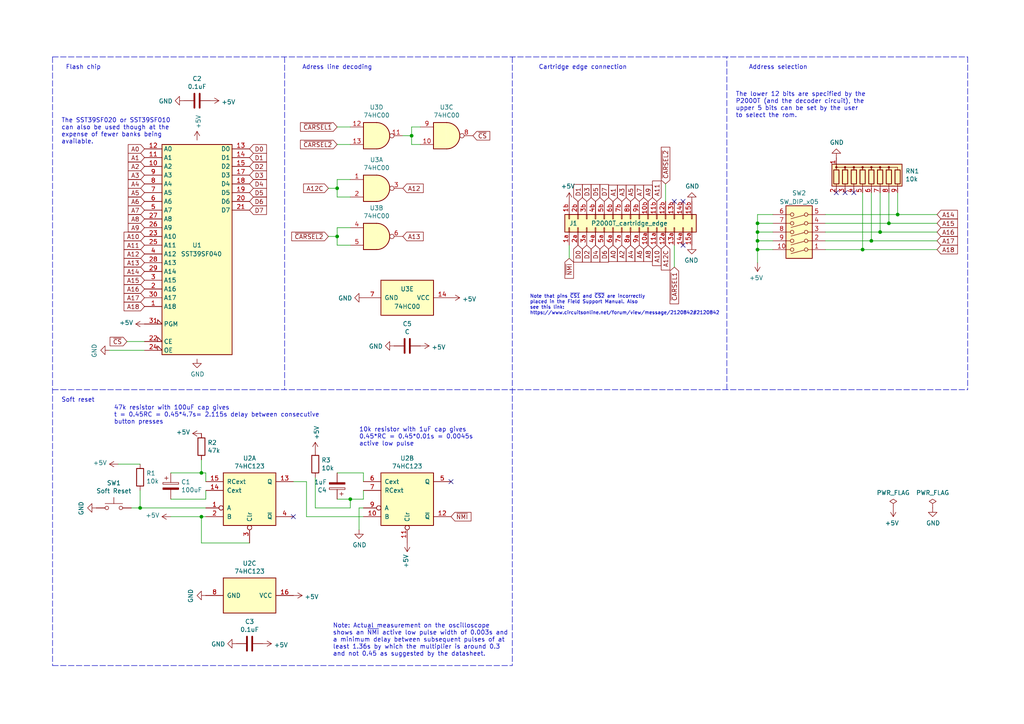
<source format=kicad_sch>
(kicad_sch (version 20211123) (generator eeschema)

  (uuid a659bee7-2a31-4658-ba88-aa181cd208e0)

  (paper "A4")

  (title_block
    (title "P2000T Multirom Cartridge")
    (date "2021-08-14")
    (rev "1")
  )

  (lib_symbols
    (symbol "74xx:74HC00" (pin_names (offset 1.016)) (in_bom yes) (on_board yes)
      (property "Reference" "U" (id 0) (at 0 1.27 0)
        (effects (font (size 1.27 1.27)))
      )
      (property "Value" "74HC00" (id 1) (at 0 -1.27 0)
        (effects (font (size 1.27 1.27)))
      )
      (property "Footprint" "" (id 2) (at 0 0 0)
        (effects (font (size 1.27 1.27)) hide)
      )
      (property "Datasheet" "http://www.ti.com/lit/gpn/sn74hc00" (id 3) (at 0 0 0)
        (effects (font (size 1.27 1.27)) hide)
      )
      (property "ki_locked" "" (id 4) (at 0 0 0)
        (effects (font (size 1.27 1.27)))
      )
      (property "ki_keywords" "HCMOS nand 2-input" (id 5) (at 0 0 0)
        (effects (font (size 1.27 1.27)) hide)
      )
      (property "ki_description" "quad 2-input NAND gate" (id 6) (at 0 0 0)
        (effects (font (size 1.27 1.27)) hide)
      )
      (property "ki_fp_filters" "DIP*W7.62mm* SO14*" (id 7) (at 0 0 0)
        (effects (font (size 1.27 1.27)) hide)
      )
      (symbol "74HC00_1_1"
        (arc (start 0 -3.81) (mid 3.81 0) (end 0 3.81)
          (stroke (width 0.254) (type default) (color 0 0 0 0))
          (fill (type background))
        )
        (polyline
          (pts
            (xy 0 3.81)
            (xy -3.81 3.81)
            (xy -3.81 -3.81)
            (xy 0 -3.81)
          )
          (stroke (width 0.254) (type default) (color 0 0 0 0))
          (fill (type background))
        )
        (pin input line (at -7.62 2.54 0) (length 3.81)
          (name "~" (effects (font (size 1.27 1.27))))
          (number "1" (effects (font (size 1.27 1.27))))
        )
        (pin input line (at -7.62 -2.54 0) (length 3.81)
          (name "~" (effects (font (size 1.27 1.27))))
          (number "2" (effects (font (size 1.27 1.27))))
        )
        (pin output inverted (at 7.62 0 180) (length 3.81)
          (name "~" (effects (font (size 1.27 1.27))))
          (number "3" (effects (font (size 1.27 1.27))))
        )
      )
      (symbol "74HC00_1_2"
        (arc (start -3.81 -3.81) (mid -2.589 0) (end -3.81 3.81)
          (stroke (width 0.254) (type default) (color 0 0 0 0))
          (fill (type none))
        )
        (arc (start -0.6096 -3.81) (mid 2.1842 -2.5851) (end 3.81 0)
          (stroke (width 0.254) (type default) (color 0 0 0 0))
          (fill (type background))
        )
        (polyline
          (pts
            (xy -3.81 -3.81)
            (xy -0.635 -3.81)
          )
          (stroke (width 0.254) (type default) (color 0 0 0 0))
          (fill (type background))
        )
        (polyline
          (pts
            (xy -3.81 3.81)
            (xy -0.635 3.81)
          )
          (stroke (width 0.254) (type default) (color 0 0 0 0))
          (fill (type background))
        )
        (polyline
          (pts
            (xy -0.635 3.81)
            (xy -3.81 3.81)
            (xy -3.81 3.81)
            (xy -3.556 3.4036)
            (xy -3.0226 2.2606)
            (xy -2.6924 1.0414)
            (xy -2.6162 -0.254)
            (xy -2.7686 -1.4986)
            (xy -3.175 -2.7178)
            (xy -3.81 -3.81)
            (xy -3.81 -3.81)
            (xy -0.635 -3.81)
          )
          (stroke (width -25.4) (type default) (color 0 0 0 0))
          (fill (type background))
        )
        (arc (start 3.81 0) (mid 2.1915 2.5936) (end -0.6096 3.81)
          (stroke (width 0.254) (type default) (color 0 0 0 0))
          (fill (type background))
        )
        (pin input inverted (at -7.62 2.54 0) (length 4.318)
          (name "~" (effects (font (size 1.27 1.27))))
          (number "1" (effects (font (size 1.27 1.27))))
        )
        (pin input inverted (at -7.62 -2.54 0) (length 4.318)
          (name "~" (effects (font (size 1.27 1.27))))
          (number "2" (effects (font (size 1.27 1.27))))
        )
        (pin output line (at 7.62 0 180) (length 3.81)
          (name "~" (effects (font (size 1.27 1.27))))
          (number "3" (effects (font (size 1.27 1.27))))
        )
      )
      (symbol "74HC00_2_1"
        (arc (start 0 -3.81) (mid 3.81 0) (end 0 3.81)
          (stroke (width 0.254) (type default) (color 0 0 0 0))
          (fill (type background))
        )
        (polyline
          (pts
            (xy 0 3.81)
            (xy -3.81 3.81)
            (xy -3.81 -3.81)
            (xy 0 -3.81)
          )
          (stroke (width 0.254) (type default) (color 0 0 0 0))
          (fill (type background))
        )
        (pin input line (at -7.62 2.54 0) (length 3.81)
          (name "~" (effects (font (size 1.27 1.27))))
          (number "4" (effects (font (size 1.27 1.27))))
        )
        (pin input line (at -7.62 -2.54 0) (length 3.81)
          (name "~" (effects (font (size 1.27 1.27))))
          (number "5" (effects (font (size 1.27 1.27))))
        )
        (pin output inverted (at 7.62 0 180) (length 3.81)
          (name "~" (effects (font (size 1.27 1.27))))
          (number "6" (effects (font (size 1.27 1.27))))
        )
      )
      (symbol "74HC00_2_2"
        (arc (start -3.81 -3.81) (mid -2.589 0) (end -3.81 3.81)
          (stroke (width 0.254) (type default) (color 0 0 0 0))
          (fill (type none))
        )
        (arc (start -0.6096 -3.81) (mid 2.1842 -2.5851) (end 3.81 0)
          (stroke (width 0.254) (type default) (color 0 0 0 0))
          (fill (type background))
        )
        (polyline
          (pts
            (xy -3.81 -3.81)
            (xy -0.635 -3.81)
          )
          (stroke (width 0.254) (type default) (color 0 0 0 0))
          (fill (type background))
        )
        (polyline
          (pts
            (xy -3.81 3.81)
            (xy -0.635 3.81)
          )
          (stroke (width 0.254) (type default) (color 0 0 0 0))
          (fill (type background))
        )
        (polyline
          (pts
            (xy -0.635 3.81)
            (xy -3.81 3.81)
            (xy -3.81 3.81)
            (xy -3.556 3.4036)
            (xy -3.0226 2.2606)
            (xy -2.6924 1.0414)
            (xy -2.6162 -0.254)
            (xy -2.7686 -1.4986)
            (xy -3.175 -2.7178)
            (xy -3.81 -3.81)
            (xy -3.81 -3.81)
            (xy -0.635 -3.81)
          )
          (stroke (width -25.4) (type default) (color 0 0 0 0))
          (fill (type background))
        )
        (arc (start 3.81 0) (mid 2.1915 2.5936) (end -0.6096 3.81)
          (stroke (width 0.254) (type default) (color 0 0 0 0))
          (fill (type background))
        )
        (pin input inverted (at -7.62 2.54 0) (length 4.318)
          (name "~" (effects (font (size 1.27 1.27))))
          (number "4" (effects (font (size 1.27 1.27))))
        )
        (pin input inverted (at -7.62 -2.54 0) (length 4.318)
          (name "~" (effects (font (size 1.27 1.27))))
          (number "5" (effects (font (size 1.27 1.27))))
        )
        (pin output line (at 7.62 0 180) (length 3.81)
          (name "~" (effects (font (size 1.27 1.27))))
          (number "6" (effects (font (size 1.27 1.27))))
        )
      )
      (symbol "74HC00_3_1"
        (arc (start 0 -3.81) (mid 3.81 0) (end 0 3.81)
          (stroke (width 0.254) (type default) (color 0 0 0 0))
          (fill (type background))
        )
        (polyline
          (pts
            (xy 0 3.81)
            (xy -3.81 3.81)
            (xy -3.81 -3.81)
            (xy 0 -3.81)
          )
          (stroke (width 0.254) (type default) (color 0 0 0 0))
          (fill (type background))
        )
        (pin input line (at -7.62 -2.54 0) (length 3.81)
          (name "~" (effects (font (size 1.27 1.27))))
          (number "10" (effects (font (size 1.27 1.27))))
        )
        (pin output inverted (at 7.62 0 180) (length 3.81)
          (name "~" (effects (font (size 1.27 1.27))))
          (number "8" (effects (font (size 1.27 1.27))))
        )
        (pin input line (at -7.62 2.54 0) (length 3.81)
          (name "~" (effects (font (size 1.27 1.27))))
          (number "9" (effects (font (size 1.27 1.27))))
        )
      )
      (symbol "74HC00_3_2"
        (arc (start -3.81 -3.81) (mid -2.589 0) (end -3.81 3.81)
          (stroke (width 0.254) (type default) (color 0 0 0 0))
          (fill (type none))
        )
        (arc (start -0.6096 -3.81) (mid 2.1842 -2.5851) (end 3.81 0)
          (stroke (width 0.254) (type default) (color 0 0 0 0))
          (fill (type background))
        )
        (polyline
          (pts
            (xy -3.81 -3.81)
            (xy -0.635 -3.81)
          )
          (stroke (width 0.254) (type default) (color 0 0 0 0))
          (fill (type background))
        )
        (polyline
          (pts
            (xy -3.81 3.81)
            (xy -0.635 3.81)
          )
          (stroke (width 0.254) (type default) (color 0 0 0 0))
          (fill (type background))
        )
        (polyline
          (pts
            (xy -0.635 3.81)
            (xy -3.81 3.81)
            (xy -3.81 3.81)
            (xy -3.556 3.4036)
            (xy -3.0226 2.2606)
            (xy -2.6924 1.0414)
            (xy -2.6162 -0.254)
            (xy -2.7686 -1.4986)
            (xy -3.175 -2.7178)
            (xy -3.81 -3.81)
            (xy -3.81 -3.81)
            (xy -0.635 -3.81)
          )
          (stroke (width -25.4) (type default) (color 0 0 0 0))
          (fill (type background))
        )
        (arc (start 3.81 0) (mid 2.1915 2.5936) (end -0.6096 3.81)
          (stroke (width 0.254) (type default) (color 0 0 0 0))
          (fill (type background))
        )
        (pin input inverted (at -7.62 -2.54 0) (length 4.318)
          (name "~" (effects (font (size 1.27 1.27))))
          (number "10" (effects (font (size 1.27 1.27))))
        )
        (pin output line (at 7.62 0 180) (length 3.81)
          (name "~" (effects (font (size 1.27 1.27))))
          (number "8" (effects (font (size 1.27 1.27))))
        )
        (pin input inverted (at -7.62 2.54 0) (length 4.318)
          (name "~" (effects (font (size 1.27 1.27))))
          (number "9" (effects (font (size 1.27 1.27))))
        )
      )
      (symbol "74HC00_4_1"
        (arc (start 0 -3.81) (mid 3.81 0) (end 0 3.81)
          (stroke (width 0.254) (type default) (color 0 0 0 0))
          (fill (type background))
        )
        (polyline
          (pts
            (xy 0 3.81)
            (xy -3.81 3.81)
            (xy -3.81 -3.81)
            (xy 0 -3.81)
          )
          (stroke (width 0.254) (type default) (color 0 0 0 0))
          (fill (type background))
        )
        (pin output inverted (at 7.62 0 180) (length 3.81)
          (name "~" (effects (font (size 1.27 1.27))))
          (number "11" (effects (font (size 1.27 1.27))))
        )
        (pin input line (at -7.62 2.54 0) (length 3.81)
          (name "~" (effects (font (size 1.27 1.27))))
          (number "12" (effects (font (size 1.27 1.27))))
        )
        (pin input line (at -7.62 -2.54 0) (length 3.81)
          (name "~" (effects (font (size 1.27 1.27))))
          (number "13" (effects (font (size 1.27 1.27))))
        )
      )
      (symbol "74HC00_4_2"
        (arc (start -3.81 -3.81) (mid -2.589 0) (end -3.81 3.81)
          (stroke (width 0.254) (type default) (color 0 0 0 0))
          (fill (type none))
        )
        (arc (start -0.6096 -3.81) (mid 2.1842 -2.5851) (end 3.81 0)
          (stroke (width 0.254) (type default) (color 0 0 0 0))
          (fill (type background))
        )
        (polyline
          (pts
            (xy -3.81 -3.81)
            (xy -0.635 -3.81)
          )
          (stroke (width 0.254) (type default) (color 0 0 0 0))
          (fill (type background))
        )
        (polyline
          (pts
            (xy -3.81 3.81)
            (xy -0.635 3.81)
          )
          (stroke (width 0.254) (type default) (color 0 0 0 0))
          (fill (type background))
        )
        (polyline
          (pts
            (xy -0.635 3.81)
            (xy -3.81 3.81)
            (xy -3.81 3.81)
            (xy -3.556 3.4036)
            (xy -3.0226 2.2606)
            (xy -2.6924 1.0414)
            (xy -2.6162 -0.254)
            (xy -2.7686 -1.4986)
            (xy -3.175 -2.7178)
            (xy -3.81 -3.81)
            (xy -3.81 -3.81)
            (xy -0.635 -3.81)
          )
          (stroke (width -25.4) (type default) (color 0 0 0 0))
          (fill (type background))
        )
        (arc (start 3.81 0) (mid 2.1915 2.5936) (end -0.6096 3.81)
          (stroke (width 0.254) (type default) (color 0 0 0 0))
          (fill (type background))
        )
        (pin output line (at 7.62 0 180) (length 3.81)
          (name "~" (effects (font (size 1.27 1.27))))
          (number "11" (effects (font (size 1.27 1.27))))
        )
        (pin input inverted (at -7.62 2.54 0) (length 4.318)
          (name "~" (effects (font (size 1.27 1.27))))
          (number "12" (effects (font (size 1.27 1.27))))
        )
        (pin input inverted (at -7.62 -2.54 0) (length 4.318)
          (name "~" (effects (font (size 1.27 1.27))))
          (number "13" (effects (font (size 1.27 1.27))))
        )
      )
      (symbol "74HC00_5_0"
        (pin power_in line (at 0 12.7 270) (length 5.08)
          (name "VCC" (effects (font (size 1.27 1.27))))
          (number "14" (effects (font (size 1.27 1.27))))
        )
        (pin power_in line (at 0 -12.7 90) (length 5.08)
          (name "GND" (effects (font (size 1.27 1.27))))
          (number "7" (effects (font (size 1.27 1.27))))
        )
      )
      (symbol "74HC00_5_1"
        (rectangle (start -5.08 7.62) (end 5.08 -7.62)
          (stroke (width 0.254) (type default) (color 0 0 0 0))
          (fill (type background))
        )
      )
    )
    (symbol "Connector_Generic:Conn_02x15_Row_Letter_Last" (pin_names (offset 1.016) hide) (in_bom yes) (on_board yes)
      (property "Reference" "J" (id 0) (at 1.27 20.32 0)
        (effects (font (size 1.27 1.27)))
      )
      (property "Value" "Conn_02x15_Row_Letter_Last" (id 1) (at 1.27 -20.32 0)
        (effects (font (size 1.27 1.27)))
      )
      (property "Footprint" "" (id 2) (at 0 0 0)
        (effects (font (size 1.27 1.27)) hide)
      )
      (property "Datasheet" "~" (id 3) (at 0 0 0)
        (effects (font (size 1.27 1.27)) hide)
      )
      (property "ki_keywords" "connector" (id 4) (at 0 0 0)
        (effects (font (size 1.27 1.27)) hide)
      )
      (property "ki_description" "Generic connector, double row, 02x15, row letter last pin numbering scheme (pin number consists of a letter for the row and a number for the pin index in this row. 1a, ..., Na; 1b, ..., Nb)), script generated (kicad-library-utils/schlib/autogen/connector/)" (id 5) (at 0 0 0)
        (effects (font (size 1.27 1.27)) hide)
      )
      (property "ki_fp_filters" "Connector*:*_2x??_*" (id 6) (at 0 0 0)
        (effects (font (size 1.27 1.27)) hide)
      )
      (symbol "Conn_02x15_Row_Letter_Last_1_1"
        (rectangle (start -1.27 -17.653) (end 0 -17.907)
          (stroke (width 0.1524) (type default) (color 0 0 0 0))
          (fill (type none))
        )
        (rectangle (start -1.27 -15.113) (end 0 -15.367)
          (stroke (width 0.1524) (type default) (color 0 0 0 0))
          (fill (type none))
        )
        (rectangle (start -1.27 -12.573) (end 0 -12.827)
          (stroke (width 0.1524) (type default) (color 0 0 0 0))
          (fill (type none))
        )
        (rectangle (start -1.27 -10.033) (end 0 -10.287)
          (stroke (width 0.1524) (type default) (color 0 0 0 0))
          (fill (type none))
        )
        (rectangle (start -1.27 -7.493) (end 0 -7.747)
          (stroke (width 0.1524) (type default) (color 0 0 0 0))
          (fill (type none))
        )
        (rectangle (start -1.27 -4.953) (end 0 -5.207)
          (stroke (width 0.1524) (type default) (color 0 0 0 0))
          (fill (type none))
        )
        (rectangle (start -1.27 -2.413) (end 0 -2.667)
          (stroke (width 0.1524) (type default) (color 0 0 0 0))
          (fill (type none))
        )
        (rectangle (start -1.27 0.127) (end 0 -0.127)
          (stroke (width 0.1524) (type default) (color 0 0 0 0))
          (fill (type none))
        )
        (rectangle (start -1.27 2.667) (end 0 2.413)
          (stroke (width 0.1524) (type default) (color 0 0 0 0))
          (fill (type none))
        )
        (rectangle (start -1.27 5.207) (end 0 4.953)
          (stroke (width 0.1524) (type default) (color 0 0 0 0))
          (fill (type none))
        )
        (rectangle (start -1.27 7.747) (end 0 7.493)
          (stroke (width 0.1524) (type default) (color 0 0 0 0))
          (fill (type none))
        )
        (rectangle (start -1.27 10.287) (end 0 10.033)
          (stroke (width 0.1524) (type default) (color 0 0 0 0))
          (fill (type none))
        )
        (rectangle (start -1.27 12.827) (end 0 12.573)
          (stroke (width 0.1524) (type default) (color 0 0 0 0))
          (fill (type none))
        )
        (rectangle (start -1.27 15.367) (end 0 15.113)
          (stroke (width 0.1524) (type default) (color 0 0 0 0))
          (fill (type none))
        )
        (rectangle (start -1.27 17.907) (end 0 17.653)
          (stroke (width 0.1524) (type default) (color 0 0 0 0))
          (fill (type none))
        )
        (rectangle (start -1.27 19.05) (end 3.81 -19.05)
          (stroke (width 0.254) (type default) (color 0 0 0 0))
          (fill (type background))
        )
        (rectangle (start 3.81 -17.653) (end 2.54 -17.907)
          (stroke (width 0.1524) (type default) (color 0 0 0 0))
          (fill (type none))
        )
        (rectangle (start 3.81 -15.113) (end 2.54 -15.367)
          (stroke (width 0.1524) (type default) (color 0 0 0 0))
          (fill (type none))
        )
        (rectangle (start 3.81 -12.573) (end 2.54 -12.827)
          (stroke (width 0.1524) (type default) (color 0 0 0 0))
          (fill (type none))
        )
        (rectangle (start 3.81 -10.033) (end 2.54 -10.287)
          (stroke (width 0.1524) (type default) (color 0 0 0 0))
          (fill (type none))
        )
        (rectangle (start 3.81 -7.493) (end 2.54 -7.747)
          (stroke (width 0.1524) (type default) (color 0 0 0 0))
          (fill (type none))
        )
        (rectangle (start 3.81 -4.953) (end 2.54 -5.207)
          (stroke (width 0.1524) (type default) (color 0 0 0 0))
          (fill (type none))
        )
        (rectangle (start 3.81 -2.413) (end 2.54 -2.667)
          (stroke (width 0.1524) (type default) (color 0 0 0 0))
          (fill (type none))
        )
        (rectangle (start 3.81 0.127) (end 2.54 -0.127)
          (stroke (width 0.1524) (type default) (color 0 0 0 0))
          (fill (type none))
        )
        (rectangle (start 3.81 2.667) (end 2.54 2.413)
          (stroke (width 0.1524) (type default) (color 0 0 0 0))
          (fill (type none))
        )
        (rectangle (start 3.81 5.207) (end 2.54 4.953)
          (stroke (width 0.1524) (type default) (color 0 0 0 0))
          (fill (type none))
        )
        (rectangle (start 3.81 7.747) (end 2.54 7.493)
          (stroke (width 0.1524) (type default) (color 0 0 0 0))
          (fill (type none))
        )
        (rectangle (start 3.81 10.287) (end 2.54 10.033)
          (stroke (width 0.1524) (type default) (color 0 0 0 0))
          (fill (type none))
        )
        (rectangle (start 3.81 12.827) (end 2.54 12.573)
          (stroke (width 0.1524) (type default) (color 0 0 0 0))
          (fill (type none))
        )
        (rectangle (start 3.81 15.367) (end 2.54 15.113)
          (stroke (width 0.1524) (type default) (color 0 0 0 0))
          (fill (type none))
        )
        (rectangle (start 3.81 17.907) (end 2.54 17.653)
          (stroke (width 0.1524) (type default) (color 0 0 0 0))
          (fill (type none))
        )
        (pin passive line (at -5.08 -5.08 0) (length 3.81)
          (name "Pin_10a" (effects (font (size 1.27 1.27))))
          (number "10a" (effects (font (size 1.27 1.27))))
        )
        (pin passive line (at 7.62 -5.08 180) (length 3.81)
          (name "Pin_10b" (effects (font (size 1.27 1.27))))
          (number "10b" (effects (font (size 1.27 1.27))))
        )
        (pin passive line (at -5.08 -7.62 0) (length 3.81)
          (name "Pin_11a" (effects (font (size 1.27 1.27))))
          (number "11a" (effects (font (size 1.27 1.27))))
        )
        (pin passive line (at 7.62 -7.62 180) (length 3.81)
          (name "Pin_11b" (effects (font (size 1.27 1.27))))
          (number "11b" (effects (font (size 1.27 1.27))))
        )
        (pin passive line (at -5.08 -10.16 0) (length 3.81)
          (name "Pin_12a" (effects (font (size 1.27 1.27))))
          (number "12a" (effects (font (size 1.27 1.27))))
        )
        (pin passive line (at 7.62 -10.16 180) (length 3.81)
          (name "Pin_12b" (effects (font (size 1.27 1.27))))
          (number "12b" (effects (font (size 1.27 1.27))))
        )
        (pin passive line (at -5.08 -12.7 0) (length 3.81)
          (name "Pin_13a" (effects (font (size 1.27 1.27))))
          (number "13a" (effects (font (size 1.27 1.27))))
        )
        (pin passive line (at 7.62 -12.7 180) (length 3.81)
          (name "Pin_13b" (effects (font (size 1.27 1.27))))
          (number "13b" (effects (font (size 1.27 1.27))))
        )
        (pin passive line (at -5.08 -15.24 0) (length 3.81)
          (name "Pin_14a" (effects (font (size 1.27 1.27))))
          (number "14a" (effects (font (size 1.27 1.27))))
        )
        (pin passive line (at 7.62 -15.24 180) (length 3.81)
          (name "Pin_14b" (effects (font (size 1.27 1.27))))
          (number "14b" (effects (font (size 1.27 1.27))))
        )
        (pin passive line (at -5.08 -17.78 0) (length 3.81)
          (name "Pin_15a" (effects (font (size 1.27 1.27))))
          (number "15a" (effects (font (size 1.27 1.27))))
        )
        (pin passive line (at 7.62 -17.78 180) (length 3.81)
          (name "Pin_15b" (effects (font (size 1.27 1.27))))
          (number "15b" (effects (font (size 1.27 1.27))))
        )
        (pin passive line (at -5.08 17.78 0) (length 3.81)
          (name "Pin_1a" (effects (font (size 1.27 1.27))))
          (number "1a" (effects (font (size 1.27 1.27))))
        )
        (pin passive line (at 7.62 17.78 180) (length 3.81)
          (name "Pin_1b" (effects (font (size 1.27 1.27))))
          (number "1b" (effects (font (size 1.27 1.27))))
        )
        (pin passive line (at -5.08 15.24 0) (length 3.81)
          (name "Pin_2a" (effects (font (size 1.27 1.27))))
          (number "2a" (effects (font (size 1.27 1.27))))
        )
        (pin passive line (at 7.62 15.24 180) (length 3.81)
          (name "Pin_2b" (effects (font (size 1.27 1.27))))
          (number "2b" (effects (font (size 1.27 1.27))))
        )
        (pin passive line (at -5.08 12.7 0) (length 3.81)
          (name "Pin_3a" (effects (font (size 1.27 1.27))))
          (number "3a" (effects (font (size 1.27 1.27))))
        )
        (pin passive line (at 7.62 12.7 180) (length 3.81)
          (name "Pin_3b" (effects (font (size 1.27 1.27))))
          (number "3b" (effects (font (size 1.27 1.27))))
        )
        (pin passive line (at -5.08 10.16 0) (length 3.81)
          (name "Pin_4a" (effects (font (size 1.27 1.27))))
          (number "4a" (effects (font (size 1.27 1.27))))
        )
        (pin passive line (at 7.62 10.16 180) (length 3.81)
          (name "Pin_4b" (effects (font (size 1.27 1.27))))
          (number "4b" (effects (font (size 1.27 1.27))))
        )
        (pin passive line (at -5.08 7.62 0) (length 3.81)
          (name "Pin_5a" (effects (font (size 1.27 1.27))))
          (number "5a" (effects (font (size 1.27 1.27))))
        )
        (pin passive line (at 7.62 7.62 180) (length 3.81)
          (name "Pin_5b" (effects (font (size 1.27 1.27))))
          (number "5b" (effects (font (size 1.27 1.27))))
        )
        (pin passive line (at -5.08 5.08 0) (length 3.81)
          (name "Pin_6a" (effects (font (size 1.27 1.27))))
          (number "6a" (effects (font (size 1.27 1.27))))
        )
        (pin passive line (at 7.62 5.08 180) (length 3.81)
          (name "Pin_6b" (effects (font (size 1.27 1.27))))
          (number "6b" (effects (font (size 1.27 1.27))))
        )
        (pin passive line (at -5.08 2.54 0) (length 3.81)
          (name "Pin_7a" (effects (font (size 1.27 1.27))))
          (number "7a" (effects (font (size 1.27 1.27))))
        )
        (pin passive line (at 7.62 2.54 180) (length 3.81)
          (name "Pin_7b" (effects (font (size 1.27 1.27))))
          (number "7b" (effects (font (size 1.27 1.27))))
        )
        (pin passive line (at -5.08 0 0) (length 3.81)
          (name "Pin_8a" (effects (font (size 1.27 1.27))))
          (number "8a" (effects (font (size 1.27 1.27))))
        )
        (pin passive line (at 7.62 0 180) (length 3.81)
          (name "Pin_8b" (effects (font (size 1.27 1.27))))
          (number "8b" (effects (font (size 1.27 1.27))))
        )
        (pin passive line (at -5.08 -2.54 0) (length 3.81)
          (name "Pin_9a" (effects (font (size 1.27 1.27))))
          (number "9a" (effects (font (size 1.27 1.27))))
        )
        (pin passive line (at 7.62 -2.54 180) (length 3.81)
          (name "Pin_9b" (effects (font (size 1.27 1.27))))
          (number "9b" (effects (font (size 1.27 1.27))))
        )
      )
    )
    (symbol "Device:C" (pin_numbers hide) (pin_names (offset 0.254)) (in_bom yes) (on_board yes)
      (property "Reference" "C" (id 0) (at 0.635 2.54 0)
        (effects (font (size 1.27 1.27)) (justify left))
      )
      (property "Value" "C" (id 1) (at 0.635 -2.54 0)
        (effects (font (size 1.27 1.27)) (justify left))
      )
      (property "Footprint" "" (id 2) (at 0.9652 -3.81 0)
        (effects (font (size 1.27 1.27)) hide)
      )
      (property "Datasheet" "~" (id 3) (at 0 0 0)
        (effects (font (size 1.27 1.27)) hide)
      )
      (property "ki_keywords" "cap capacitor" (id 4) (at 0 0 0)
        (effects (font (size 1.27 1.27)) hide)
      )
      (property "ki_description" "Unpolarized capacitor" (id 5) (at 0 0 0)
        (effects (font (size 1.27 1.27)) hide)
      )
      (property "ki_fp_filters" "C_*" (id 6) (at 0 0 0)
        (effects (font (size 1.27 1.27)) hide)
      )
      (symbol "C_0_1"
        (polyline
          (pts
            (xy -2.032 -0.762)
            (xy 2.032 -0.762)
          )
          (stroke (width 0.508) (type default) (color 0 0 0 0))
          (fill (type none))
        )
        (polyline
          (pts
            (xy -2.032 0.762)
            (xy 2.032 0.762)
          )
          (stroke (width 0.508) (type default) (color 0 0 0 0))
          (fill (type none))
        )
      )
      (symbol "C_1_1"
        (pin passive line (at 0 3.81 270) (length 2.794)
          (name "~" (effects (font (size 1.27 1.27))))
          (number "1" (effects (font (size 1.27 1.27))))
        )
        (pin passive line (at 0 -3.81 90) (length 2.794)
          (name "~" (effects (font (size 1.27 1.27))))
          (number "2" (effects (font (size 1.27 1.27))))
        )
      )
    )
    (symbol "Device:R" (pin_numbers hide) (pin_names (offset 0)) (in_bom yes) (on_board yes)
      (property "Reference" "R" (id 0) (at 2.032 0 90)
        (effects (font (size 1.27 1.27)))
      )
      (property "Value" "R" (id 1) (at 0 0 90)
        (effects (font (size 1.27 1.27)))
      )
      (property "Footprint" "" (id 2) (at -1.778 0 90)
        (effects (font (size 1.27 1.27)) hide)
      )
      (property "Datasheet" "~" (id 3) (at 0 0 0)
        (effects (font (size 1.27 1.27)) hide)
      )
      (property "ki_keywords" "R res resistor" (id 4) (at 0 0 0)
        (effects (font (size 1.27 1.27)) hide)
      )
      (property "ki_description" "Resistor" (id 5) (at 0 0 0)
        (effects (font (size 1.27 1.27)) hide)
      )
      (property "ki_fp_filters" "R_*" (id 6) (at 0 0 0)
        (effects (font (size 1.27 1.27)) hide)
      )
      (symbol "R_0_1"
        (rectangle (start -1.016 -2.54) (end 1.016 2.54)
          (stroke (width 0.254) (type default) (color 0 0 0 0))
          (fill (type none))
        )
      )
      (symbol "R_1_1"
        (pin passive line (at 0 3.81 270) (length 1.27)
          (name "~" (effects (font (size 1.27 1.27))))
          (number "1" (effects (font (size 1.27 1.27))))
        )
        (pin passive line (at 0 -3.81 90) (length 1.27)
          (name "~" (effects (font (size 1.27 1.27))))
          (number "2" (effects (font (size 1.27 1.27))))
        )
      )
    )
    (symbol "Device:R_Network08" (pin_names (offset 0) hide) (in_bom yes) (on_board yes)
      (property "Reference" "RN" (id 0) (at -12.7 0 90)
        (effects (font (size 1.27 1.27)))
      )
      (property "Value" "R_Network08" (id 1) (at 10.16 0 90)
        (effects (font (size 1.27 1.27)))
      )
      (property "Footprint" "Resistor_THT:R_Array_SIP9" (id 2) (at 12.065 0 90)
        (effects (font (size 1.27 1.27)) hide)
      )
      (property "Datasheet" "http://www.vishay.com/docs/31509/csc.pdf" (id 3) (at 0 0 0)
        (effects (font (size 1.27 1.27)) hide)
      )
      (property "ki_keywords" "R network star-topology" (id 4) (at 0 0 0)
        (effects (font (size 1.27 1.27)) hide)
      )
      (property "ki_description" "8 resistor network, star topology, bussed resistors, small symbol" (id 5) (at 0 0 0)
        (effects (font (size 1.27 1.27)) hide)
      )
      (property "ki_fp_filters" "R?Array?SIP*" (id 6) (at 0 0 0)
        (effects (font (size 1.27 1.27)) hide)
      )
      (symbol "R_Network08_0_1"
        (rectangle (start -11.43 -3.175) (end 8.89 3.175)
          (stroke (width 0.254) (type default) (color 0 0 0 0))
          (fill (type background))
        )
        (rectangle (start -10.922 1.524) (end -9.398 -2.54)
          (stroke (width 0.254) (type default) (color 0 0 0 0))
          (fill (type none))
        )
        (circle (center -10.16 2.286) (radius 0.254)
          (stroke (width 0) (type default) (color 0 0 0 0))
          (fill (type outline))
        )
        (rectangle (start -8.382 1.524) (end -6.858 -2.54)
          (stroke (width 0.254) (type default) (color 0 0 0 0))
          (fill (type none))
        )
        (circle (center -7.62 2.286) (radius 0.254)
          (stroke (width 0) (type default) (color 0 0 0 0))
          (fill (type outline))
        )
        (rectangle (start -5.842 1.524) (end -4.318 -2.54)
          (stroke (width 0.254) (type default) (color 0 0 0 0))
          (fill (type none))
        )
        (circle (center -5.08 2.286) (radius 0.254)
          (stroke (width 0) (type default) (color 0 0 0 0))
          (fill (type outline))
        )
        (rectangle (start -3.302 1.524) (end -1.778 -2.54)
          (stroke (width 0.254) (type default) (color 0 0 0 0))
          (fill (type none))
        )
        (circle (center -2.54 2.286) (radius 0.254)
          (stroke (width 0) (type default) (color 0 0 0 0))
          (fill (type outline))
        )
        (rectangle (start -0.762 1.524) (end 0.762 -2.54)
          (stroke (width 0.254) (type default) (color 0 0 0 0))
          (fill (type none))
        )
        (polyline
          (pts
            (xy -10.16 -2.54)
            (xy -10.16 -3.81)
          )
          (stroke (width 0) (type default) (color 0 0 0 0))
          (fill (type none))
        )
        (polyline
          (pts
            (xy -7.62 -2.54)
            (xy -7.62 -3.81)
          )
          (stroke (width 0) (type default) (color 0 0 0 0))
          (fill (type none))
        )
        (polyline
          (pts
            (xy -5.08 -2.54)
            (xy -5.08 -3.81)
          )
          (stroke (width 0) (type default) (color 0 0 0 0))
          (fill (type none))
        )
        (polyline
          (pts
            (xy -2.54 -2.54)
            (xy -2.54 -3.81)
          )
          (stroke (width 0) (type default) (color 0 0 0 0))
          (fill (type none))
        )
        (polyline
          (pts
            (xy 0 -2.54)
            (xy 0 -3.81)
          )
          (stroke (width 0) (type default) (color 0 0 0 0))
          (fill (type none))
        )
        (polyline
          (pts
            (xy 2.54 -2.54)
            (xy 2.54 -3.81)
          )
          (stroke (width 0) (type default) (color 0 0 0 0))
          (fill (type none))
        )
        (polyline
          (pts
            (xy 5.08 -2.54)
            (xy 5.08 -3.81)
          )
          (stroke (width 0) (type default) (color 0 0 0 0))
          (fill (type none))
        )
        (polyline
          (pts
            (xy 7.62 -2.54)
            (xy 7.62 -3.81)
          )
          (stroke (width 0) (type default) (color 0 0 0 0))
          (fill (type none))
        )
        (polyline
          (pts
            (xy -10.16 1.524)
            (xy -10.16 2.286)
            (xy -7.62 2.286)
            (xy -7.62 1.524)
          )
          (stroke (width 0) (type default) (color 0 0 0 0))
          (fill (type none))
        )
        (polyline
          (pts
            (xy -7.62 1.524)
            (xy -7.62 2.286)
            (xy -5.08 2.286)
            (xy -5.08 1.524)
          )
          (stroke (width 0) (type default) (color 0 0 0 0))
          (fill (type none))
        )
        (polyline
          (pts
            (xy -5.08 1.524)
            (xy -5.08 2.286)
            (xy -2.54 2.286)
            (xy -2.54 1.524)
          )
          (stroke (width 0) (type default) (color 0 0 0 0))
          (fill (type none))
        )
        (polyline
          (pts
            (xy -2.54 1.524)
            (xy -2.54 2.286)
            (xy 0 2.286)
            (xy 0 1.524)
          )
          (stroke (width 0) (type default) (color 0 0 0 0))
          (fill (type none))
        )
        (polyline
          (pts
            (xy 0 1.524)
            (xy 0 2.286)
            (xy 2.54 2.286)
            (xy 2.54 1.524)
          )
          (stroke (width 0) (type default) (color 0 0 0 0))
          (fill (type none))
        )
        (polyline
          (pts
            (xy 2.54 1.524)
            (xy 2.54 2.286)
            (xy 5.08 2.286)
            (xy 5.08 1.524)
          )
          (stroke (width 0) (type default) (color 0 0 0 0))
          (fill (type none))
        )
        (polyline
          (pts
            (xy 5.08 1.524)
            (xy 5.08 2.286)
            (xy 7.62 2.286)
            (xy 7.62 1.524)
          )
          (stroke (width 0) (type default) (color 0 0 0 0))
          (fill (type none))
        )
        (circle (center 0 2.286) (radius 0.254)
          (stroke (width 0) (type default) (color 0 0 0 0))
          (fill (type outline))
        )
        (rectangle (start 1.778 1.524) (end 3.302 -2.54)
          (stroke (width 0.254) (type default) (color 0 0 0 0))
          (fill (type none))
        )
        (circle (center 2.54 2.286) (radius 0.254)
          (stroke (width 0) (type default) (color 0 0 0 0))
          (fill (type outline))
        )
        (rectangle (start 4.318 1.524) (end 5.842 -2.54)
          (stroke (width 0.254) (type default) (color 0 0 0 0))
          (fill (type none))
        )
        (circle (center 5.08 2.286) (radius 0.254)
          (stroke (width 0) (type default) (color 0 0 0 0))
          (fill (type outline))
        )
        (rectangle (start 6.858 1.524) (end 8.382 -2.54)
          (stroke (width 0.254) (type default) (color 0 0 0 0))
          (fill (type none))
        )
      )
      (symbol "R_Network08_1_1"
        (pin passive line (at -10.16 5.08 270) (length 2.54)
          (name "common" (effects (font (size 1.27 1.27))))
          (number "1" (effects (font (size 1.27 1.27))))
        )
        (pin passive line (at -10.16 -5.08 90) (length 1.27)
          (name "R1" (effects (font (size 1.27 1.27))))
          (number "2" (effects (font (size 1.27 1.27))))
        )
        (pin passive line (at -7.62 -5.08 90) (length 1.27)
          (name "R2" (effects (font (size 1.27 1.27))))
          (number "3" (effects (font (size 1.27 1.27))))
        )
        (pin passive line (at -5.08 -5.08 90) (length 1.27)
          (name "R3" (effects (font (size 1.27 1.27))))
          (number "4" (effects (font (size 1.27 1.27))))
        )
        (pin passive line (at -2.54 -5.08 90) (length 1.27)
          (name "R4" (effects (font (size 1.27 1.27))))
          (number "5" (effects (font (size 1.27 1.27))))
        )
        (pin passive line (at 0 -5.08 90) (length 1.27)
          (name "R5" (effects (font (size 1.27 1.27))))
          (number "6" (effects (font (size 1.27 1.27))))
        )
        (pin passive line (at 2.54 -5.08 90) (length 1.27)
          (name "R6" (effects (font (size 1.27 1.27))))
          (number "7" (effects (font (size 1.27 1.27))))
        )
        (pin passive line (at 5.08 -5.08 90) (length 1.27)
          (name "R7" (effects (font (size 1.27 1.27))))
          (number "8" (effects (font (size 1.27 1.27))))
        )
        (pin passive line (at 7.62 -5.08 90) (length 1.27)
          (name "R8" (effects (font (size 1.27 1.27))))
          (number "9" (effects (font (size 1.27 1.27))))
        )
      )
    )
    (symbol "Memory_Flash:SST39SF040" (in_bom yes) (on_board yes)
      (property "Reference" "U" (id 0) (at 2.54 33.02 0)
        (effects (font (size 1.27 1.27)))
      )
      (property "Value" "SST39SF040" (id 1) (at 0 -30.48 0)
        (effects (font (size 1.27 1.27)))
      )
      (property "Footprint" "" (id 2) (at 0 7.62 0)
        (effects (font (size 1.27 1.27)) hide)
      )
      (property "Datasheet" "http://ww1.microchip.com/downloads/en/DeviceDoc/25022B.pdf" (id 3) (at 0 7.62 0)
        (effects (font (size 1.27 1.27)) hide)
      )
      (property "ki_keywords" "512k flash rom" (id 4) (at 0 0 0)
        (effects (font (size 1.27 1.27)) hide)
      )
      (property "ki_description" "Silicon Storage Technology (SSF) 512k x 8 Flash ROM" (id 5) (at 0 0 0)
        (effects (font (size 1.27 1.27)) hide)
      )
      (symbol "SST39SF040_0_0"
        (pin power_in line (at 0 -30.48 90) (length 1.27) hide
          (name "GND" (effects (font (size 1.27 1.27))))
          (number "16" (effects (font (size 1.27 1.27))))
        )
        (pin power_in line (at 0 33.02 270) (length 1.27) hide
          (name "VCC" (effects (font (size 1.27 1.27))))
          (number "32" (effects (font (size 1.27 1.27))))
        )
      )
      (symbol "SST39SF040_0_1"
        (rectangle (start -10.16 31.75) (end 10.16 -29.21)
          (stroke (width 0.254) (type default) (color 0 0 0 0))
          (fill (type background))
        )
      )
      (symbol "SST39SF040_1_1"
        (pin input line (at -15.24 -15.24 0) (length 5.08)
          (name "A18" (effects (font (size 1.27 1.27))))
          (number "1" (effects (font (size 1.27 1.27))))
        )
        (pin input line (at -15.24 25.4 0) (length 5.08)
          (name "A2" (effects (font (size 1.27 1.27))))
          (number "10" (effects (font (size 1.27 1.27))))
        )
        (pin input line (at -15.24 27.94 0) (length 5.08)
          (name "A1" (effects (font (size 1.27 1.27))))
          (number "11" (effects (font (size 1.27 1.27))))
        )
        (pin input line (at -15.24 30.48 0) (length 5.08)
          (name "A0" (effects (font (size 1.27 1.27))))
          (number "12" (effects (font (size 1.27 1.27))))
        )
        (pin tri_state line (at 15.24 30.48 180) (length 5.08)
          (name "D0" (effects (font (size 1.27 1.27))))
          (number "13" (effects (font (size 1.27 1.27))))
        )
        (pin tri_state line (at 15.24 27.94 180) (length 5.08)
          (name "D1" (effects (font (size 1.27 1.27))))
          (number "14" (effects (font (size 1.27 1.27))))
        )
        (pin tri_state line (at 15.24 25.4 180) (length 5.08)
          (name "D2" (effects (font (size 1.27 1.27))))
          (number "15" (effects (font (size 1.27 1.27))))
        )
        (pin tri_state line (at 15.24 22.86 180) (length 5.08)
          (name "D3" (effects (font (size 1.27 1.27))))
          (number "17" (effects (font (size 1.27 1.27))))
        )
        (pin tri_state line (at 15.24 20.32 180) (length 5.08)
          (name "D4" (effects (font (size 1.27 1.27))))
          (number "18" (effects (font (size 1.27 1.27))))
        )
        (pin tri_state line (at 15.24 17.78 180) (length 5.08)
          (name "D5" (effects (font (size 1.27 1.27))))
          (number "19" (effects (font (size 1.27 1.27))))
        )
        (pin input line (at -15.24 -10.16 0) (length 5.08)
          (name "A16" (effects (font (size 1.27 1.27))))
          (number "2" (effects (font (size 1.27 1.27))))
        )
        (pin tri_state line (at 15.24 15.24 180) (length 5.08)
          (name "D6" (effects (font (size 1.27 1.27))))
          (number "20" (effects (font (size 1.27 1.27))))
        )
        (pin tri_state line (at 15.24 12.7 180) (length 5.08)
          (name "D7" (effects (font (size 1.27 1.27))))
          (number "21" (effects (font (size 1.27 1.27))))
        )
        (pin input input_low (at -15.24 -25.4 0) (length 5.08)
          (name "CE" (effects (font (size 1.27 1.27))))
          (number "22" (effects (font (size 1.27 1.27))))
        )
        (pin input line (at -15.24 5.08 0) (length 5.08)
          (name "A10" (effects (font (size 1.27 1.27))))
          (number "23" (effects (font (size 1.27 1.27))))
        )
        (pin input input_low (at -15.24 -27.94 0) (length 5.08)
          (name "OE" (effects (font (size 1.27 1.27))))
          (number "24" (effects (font (size 1.27 1.27))))
        )
        (pin input line (at -15.24 2.54 0) (length 5.08)
          (name "A11" (effects (font (size 1.27 1.27))))
          (number "25" (effects (font (size 1.27 1.27))))
        )
        (pin input line (at -15.24 7.62 0) (length 5.08)
          (name "A9" (effects (font (size 1.27 1.27))))
          (number "26" (effects (font (size 1.27 1.27))))
        )
        (pin input line (at -15.24 10.16 0) (length 5.08)
          (name "A8" (effects (font (size 1.27 1.27))))
          (number "27" (effects (font (size 1.27 1.27))))
        )
        (pin input line (at -15.24 -2.54 0) (length 5.08)
          (name "A13" (effects (font (size 1.27 1.27))))
          (number "28" (effects (font (size 1.27 1.27))))
        )
        (pin input line (at -15.24 -5.08 0) (length 5.08)
          (name "A14" (effects (font (size 1.27 1.27))))
          (number "29" (effects (font (size 1.27 1.27))))
        )
        (pin input line (at -15.24 -7.62 0) (length 5.08)
          (name "A15" (effects (font (size 1.27 1.27))))
          (number "3" (effects (font (size 1.27 1.27))))
        )
        (pin input line (at -15.24 -12.7 0) (length 5.08)
          (name "A17" (effects (font (size 1.27 1.27))))
          (number "30" (effects (font (size 1.27 1.27))))
        )
        (pin input input_low (at -15.24 -20.32 0) (length 5.08)
          (name "PGM" (effects (font (size 1.27 1.27))))
          (number "31" (effects (font (size 1.27 1.27))))
        )
        (pin input line (at -15.24 0 0) (length 5.08)
          (name "A12" (effects (font (size 1.27 1.27))))
          (number "4" (effects (font (size 1.27 1.27))))
        )
        (pin input line (at -15.24 12.7 0) (length 5.08)
          (name "A7" (effects (font (size 1.27 1.27))))
          (number "5" (effects (font (size 1.27 1.27))))
        )
        (pin input line (at -15.24 15.24 0) (length 5.08)
          (name "A6" (effects (font (size 1.27 1.27))))
          (number "6" (effects (font (size 1.27 1.27))))
        )
        (pin input line (at -15.24 17.78 0) (length 5.08)
          (name "A5" (effects (font (size 1.27 1.27))))
          (number "7" (effects (font (size 1.27 1.27))))
        )
        (pin input line (at -15.24 20.32 0) (length 5.08)
          (name "A4" (effects (font (size 1.27 1.27))))
          (number "8" (effects (font (size 1.27 1.27))))
        )
        (pin input line (at -15.24 22.86 0) (length 5.08)
          (name "A3" (effects (font (size 1.27 1.27))))
          (number "9" (effects (font (size 1.27 1.27))))
        )
      )
    )
    (symbol "SLOT1-ZIF-rescue:74HC123-74xx" (pin_names (offset 1.016)) (in_bom yes) (on_board yes)
      (property "Reference" "U" (id 0) (at -7.62 8.89 0)
        (effects (font (size 1.27 1.27)))
      )
      (property "Value" "74HC123-74xx" (id 1) (at -7.62 -8.89 0)
        (effects (font (size 1.27 1.27)))
      )
      (property "Footprint" "" (id 2) (at 0 0 0)
        (effects (font (size 1.27 1.27)) hide)
      )
      (property "Datasheet" "" (id 3) (at 0 0 0)
        (effects (font (size 1.27 1.27)) hide)
      )
      (property "ki_locked" "" (id 4) (at 0 0 0)
        (effects (font (size 1.27 1.27)))
      )
      (property "ki_fp_filters" "DIP?16*" (id 5) (at 0 0 0)
        (effects (font (size 1.27 1.27)) hide)
      )
      (symbol "74HC123-74xx_1_0"
        (pin input inverted (at -12.7 -2.54 0) (length 5.08)
          (name "A" (effects (font (size 1.27 1.27))))
          (number "1" (effects (font (size 1.27 1.27))))
        )
        (pin output line (at 12.7 5.08 180) (length 5.08)
          (name "Q" (effects (font (size 1.27 1.27))))
          (number "13" (effects (font (size 1.27 1.27))))
        )
        (pin input line (at -12.7 2.54 0) (length 5.08)
          (name "Cext" (effects (font (size 1.27 1.27))))
          (number "14" (effects (font (size 1.27 1.27))))
        )
        (pin input line (at -12.7 5.08 0) (length 5.08)
          (name "RCext" (effects (font (size 1.27 1.27))))
          (number "15" (effects (font (size 1.27 1.27))))
        )
        (pin input line (at -12.7 -5.08 0) (length 5.08)
          (name "B" (effects (font (size 1.27 1.27))))
          (number "2" (effects (font (size 1.27 1.27))))
        )
        (pin input inverted (at 0 -12.7 90) (length 5.08)
          (name "Clr" (effects (font (size 1.27 1.27))))
          (number "3" (effects (font (size 1.27 1.27))))
        )
        (pin output line (at 12.7 -5.08 180) (length 5.08)
          (name "~{Q}" (effects (font (size 1.27 1.27))))
          (number "4" (effects (font (size 1.27 1.27))))
        )
      )
      (symbol "74HC123-74xx_1_1"
        (rectangle (start -7.62 7.62) (end 7.62 -7.62)
          (stroke (width 0.254) (type default) (color 0 0 0 0))
          (fill (type background))
        )
      )
      (symbol "74HC123-74xx_2_0"
        (pin input line (at -12.7 -5.08 0) (length 5.08)
          (name "B" (effects (font (size 1.27 1.27))))
          (number "10" (effects (font (size 1.27 1.27))))
        )
        (pin input inverted (at 0 -12.7 90) (length 5.08)
          (name "Clr" (effects (font (size 1.27 1.27))))
          (number "11" (effects (font (size 1.27 1.27))))
        )
        (pin output line (at 12.7 -5.08 180) (length 5.08)
          (name "~{Q}" (effects (font (size 1.27 1.27))))
          (number "12" (effects (font (size 1.27 1.27))))
        )
        (pin output line (at 12.7 5.08 180) (length 5.08)
          (name "Q" (effects (font (size 1.27 1.27))))
          (number "5" (effects (font (size 1.27 1.27))))
        )
        (pin input line (at -12.7 5.08 0) (length 5.08)
          (name "Cext" (effects (font (size 1.27 1.27))))
          (number "6" (effects (font (size 1.27 1.27))))
        )
        (pin input line (at -12.7 2.54 0) (length 5.08)
          (name "RCext" (effects (font (size 1.27 1.27))))
          (number "7" (effects (font (size 1.27 1.27))))
        )
        (pin input inverted (at -12.7 -2.54 0) (length 5.08)
          (name "A" (effects (font (size 1.27 1.27))))
          (number "9" (effects (font (size 1.27 1.27))))
        )
      )
      (symbol "74HC123-74xx_2_1"
        (rectangle (start -7.62 7.62) (end 7.62 -7.62)
          (stroke (width 0.254) (type default) (color 0 0 0 0))
          (fill (type background))
        )
      )
      (symbol "74HC123-74xx_3_0"
        (pin power_in line (at 0 12.7 270) (length 5.08)
          (name "VCC" (effects (font (size 1.27 1.27))))
          (number "16" (effects (font (size 1.27 1.27))))
        )
        (pin power_in line (at 0 -12.7 90) (length 5.08)
          (name "GND" (effects (font (size 1.27 1.27))))
          (number "8" (effects (font (size 1.27 1.27))))
        )
      )
      (symbol "74HC123-74xx_3_1"
        (rectangle (start -5.08 7.62) (end 5.08 -7.62)
          (stroke (width 0.254) (type default) (color 0 0 0 0))
          (fill (type background))
        )
      )
    )
    (symbol "SLOT1-ZIF-rescue:CP-Device" (pin_numbers hide) (pin_names (offset 0.254)) (in_bom yes) (on_board yes)
      (property "Reference" "C" (id 0) (at 0.635 2.54 0)
        (effects (font (size 1.27 1.27)) (justify left))
      )
      (property "Value" "CP-Device" (id 1) (at 0.635 -2.54 0)
        (effects (font (size 1.27 1.27)) (justify left))
      )
      (property "Footprint" "" (id 2) (at 0.9652 -3.81 0)
        (effects (font (size 1.27 1.27)) hide)
      )
      (property "Datasheet" "" (id 3) (at 0 0 0)
        (effects (font (size 1.27 1.27)) hide)
      )
      (property "ki_fp_filters" "CP_*" (id 4) (at 0 0 0)
        (effects (font (size 1.27 1.27)) hide)
      )
      (symbol "CP-Device_0_1"
        (rectangle (start -2.286 0.508) (end 2.286 1.016)
          (stroke (width 0) (type default) (color 0 0 0 0))
          (fill (type none))
        )
        (polyline
          (pts
            (xy -1.778 2.286)
            (xy -0.762 2.286)
          )
          (stroke (width 0) (type default) (color 0 0 0 0))
          (fill (type none))
        )
        (polyline
          (pts
            (xy -1.27 2.794)
            (xy -1.27 1.778)
          )
          (stroke (width 0) (type default) (color 0 0 0 0))
          (fill (type none))
        )
        (rectangle (start 2.286 -0.508) (end -2.286 -1.016)
          (stroke (width 0) (type default) (color 0 0 0 0))
          (fill (type outline))
        )
      )
      (symbol "CP-Device_1_1"
        (pin passive line (at 0 3.81 270) (length 2.794)
          (name "~" (effects (font (size 1.27 1.27))))
          (number "1" (effects (font (size 1.27 1.27))))
        )
        (pin passive line (at 0 -3.81 90) (length 2.794)
          (name "~" (effects (font (size 1.27 1.27))))
          (number "2" (effects (font (size 1.27 1.27))))
        )
      )
    )
    (symbol "Switch:SW_DIP_x05" (pin_names (offset 0) hide) (in_bom yes) (on_board yes)
      (property "Reference" "SW" (id 0) (at 0 8.89 0)
        (effects (font (size 1.27 1.27)))
      )
      (property "Value" "SW_DIP_x05" (id 1) (at 0 -8.89 0)
        (effects (font (size 1.27 1.27)))
      )
      (property "Footprint" "" (id 2) (at 0 0 0)
        (effects (font (size 1.27 1.27)) hide)
      )
      (property "Datasheet" "~" (id 3) (at 0 0 0)
        (effects (font (size 1.27 1.27)) hide)
      )
      (property "ki_keywords" "dip switch" (id 4) (at 0 0 0)
        (effects (font (size 1.27 1.27)) hide)
      )
      (property "ki_description" "5x DIP Switch, Single Pole Single Throw (SPST) switch, small symbol" (id 5) (at 0 0 0)
        (effects (font (size 1.27 1.27)) hide)
      )
      (property "ki_fp_filters" "SW?DIP?x5*" (id 6) (at 0 0 0)
        (effects (font (size 1.27 1.27)) hide)
      )
      (symbol "SW_DIP_x05_0_0"
        (circle (center -2.032 -5.08) (radius 0.508)
          (stroke (width 0) (type default) (color 0 0 0 0))
          (fill (type none))
        )
        (circle (center -2.032 -2.54) (radius 0.508)
          (stroke (width 0) (type default) (color 0 0 0 0))
          (fill (type none))
        )
        (circle (center -2.032 0) (radius 0.508)
          (stroke (width 0) (type default) (color 0 0 0 0))
          (fill (type none))
        )
        (circle (center -2.032 2.54) (radius 0.508)
          (stroke (width 0) (type default) (color 0 0 0 0))
          (fill (type none))
        )
        (circle (center -2.032 5.08) (radius 0.508)
          (stroke (width 0) (type default) (color 0 0 0 0))
          (fill (type none))
        )
        (polyline
          (pts
            (xy -1.524 -4.9276)
            (xy 2.3622 -3.8862)
          )
          (stroke (width 0) (type default) (color 0 0 0 0))
          (fill (type none))
        )
        (polyline
          (pts
            (xy -1.524 -2.3876)
            (xy 2.3622 -1.3462)
          )
          (stroke (width 0) (type default) (color 0 0 0 0))
          (fill (type none))
        )
        (polyline
          (pts
            (xy -1.524 0.127)
            (xy 2.3622 1.1684)
          )
          (stroke (width 0) (type default) (color 0 0 0 0))
          (fill (type none))
        )
        (polyline
          (pts
            (xy -1.524 2.667)
            (xy 2.3622 3.7084)
          )
          (stroke (width 0) (type default) (color 0 0 0 0))
          (fill (type none))
        )
        (polyline
          (pts
            (xy -1.524 5.207)
            (xy 2.3622 6.2484)
          )
          (stroke (width 0) (type default) (color 0 0 0 0))
          (fill (type none))
        )
        (circle (center 2.032 -5.08) (radius 0.508)
          (stroke (width 0) (type default) (color 0 0 0 0))
          (fill (type none))
        )
        (circle (center 2.032 -2.54) (radius 0.508)
          (stroke (width 0) (type default) (color 0 0 0 0))
          (fill (type none))
        )
        (circle (center 2.032 0) (radius 0.508)
          (stroke (width 0) (type default) (color 0 0 0 0))
          (fill (type none))
        )
        (circle (center 2.032 2.54) (radius 0.508)
          (stroke (width 0) (type default) (color 0 0 0 0))
          (fill (type none))
        )
        (circle (center 2.032 5.08) (radius 0.508)
          (stroke (width 0) (type default) (color 0 0 0 0))
          (fill (type none))
        )
      )
      (symbol "SW_DIP_x05_0_1"
        (rectangle (start -3.81 7.62) (end 3.81 -7.62)
          (stroke (width 0.254) (type default) (color 0 0 0 0))
          (fill (type background))
        )
      )
      (symbol "SW_DIP_x05_1_1"
        (pin passive line (at -7.62 5.08 0) (length 5.08)
          (name "~" (effects (font (size 1.27 1.27))))
          (number "1" (effects (font (size 1.27 1.27))))
        )
        (pin passive line (at 7.62 5.08 180) (length 5.08)
          (name "~" (effects (font (size 1.27 1.27))))
          (number "10" (effects (font (size 1.27 1.27))))
        )
        (pin passive line (at -7.62 2.54 0) (length 5.08)
          (name "~" (effects (font (size 1.27 1.27))))
          (number "2" (effects (font (size 1.27 1.27))))
        )
        (pin passive line (at -7.62 0 0) (length 5.08)
          (name "~" (effects (font (size 1.27 1.27))))
          (number "3" (effects (font (size 1.27 1.27))))
        )
        (pin passive line (at -7.62 -2.54 0) (length 5.08)
          (name "~" (effects (font (size 1.27 1.27))))
          (number "4" (effects (font (size 1.27 1.27))))
        )
        (pin passive line (at -7.62 -5.08 0) (length 5.08)
          (name "~" (effects (font (size 1.27 1.27))))
          (number "5" (effects (font (size 1.27 1.27))))
        )
        (pin passive line (at 7.62 -5.08 180) (length 5.08)
          (name "~" (effects (font (size 1.27 1.27))))
          (number "6" (effects (font (size 1.27 1.27))))
        )
        (pin passive line (at 7.62 -2.54 180) (length 5.08)
          (name "~" (effects (font (size 1.27 1.27))))
          (number "7" (effects (font (size 1.27 1.27))))
        )
        (pin passive line (at 7.62 0 180) (length 5.08)
          (name "~" (effects (font (size 1.27 1.27))))
          (number "8" (effects (font (size 1.27 1.27))))
        )
        (pin passive line (at 7.62 2.54 180) (length 5.08)
          (name "~" (effects (font (size 1.27 1.27))))
          (number "9" (effects (font (size 1.27 1.27))))
        )
      )
    )
    (symbol "Switch:SW_Push" (pin_numbers hide) (pin_names (offset 1.016) hide) (in_bom yes) (on_board yes)
      (property "Reference" "SW" (id 0) (at 1.27 2.54 0)
        (effects (font (size 1.27 1.27)) (justify left))
      )
      (property "Value" "SW_Push" (id 1) (at 0 -1.524 0)
        (effects (font (size 1.27 1.27)))
      )
      (property "Footprint" "" (id 2) (at 0 5.08 0)
        (effects (font (size 1.27 1.27)) hide)
      )
      (property "Datasheet" "~" (id 3) (at 0 5.08 0)
        (effects (font (size 1.27 1.27)) hide)
      )
      (property "ki_keywords" "switch normally-open pushbutton push-button" (id 4) (at 0 0 0)
        (effects (font (size 1.27 1.27)) hide)
      )
      (property "ki_description" "Push button switch, generic, two pins" (id 5) (at 0 0 0)
        (effects (font (size 1.27 1.27)) hide)
      )
      (symbol "SW_Push_0_1"
        (circle (center -2.032 0) (radius 0.508)
          (stroke (width 0) (type default) (color 0 0 0 0))
          (fill (type none))
        )
        (polyline
          (pts
            (xy 0 1.27)
            (xy 0 3.048)
          )
          (stroke (width 0) (type default) (color 0 0 0 0))
          (fill (type none))
        )
        (polyline
          (pts
            (xy 2.54 1.27)
            (xy -2.54 1.27)
          )
          (stroke (width 0) (type default) (color 0 0 0 0))
          (fill (type none))
        )
        (circle (center 2.032 0) (radius 0.508)
          (stroke (width 0) (type default) (color 0 0 0 0))
          (fill (type none))
        )
        (pin passive line (at -5.08 0 0) (length 2.54)
          (name "1" (effects (font (size 1.27 1.27))))
          (number "1" (effects (font (size 1.27 1.27))))
        )
        (pin passive line (at 5.08 0 180) (length 2.54)
          (name "2" (effects (font (size 1.27 1.27))))
          (number "2" (effects (font (size 1.27 1.27))))
        )
      )
    )
    (symbol "power:+5V" (power) (pin_names (offset 0)) (in_bom yes) (on_board yes)
      (property "Reference" "#PWR" (id 0) (at 0 -3.81 0)
        (effects (font (size 1.27 1.27)) hide)
      )
      (property "Value" "+5V" (id 1) (at 0 3.556 0)
        (effects (font (size 1.27 1.27)))
      )
      (property "Footprint" "" (id 2) (at 0 0 0)
        (effects (font (size 1.27 1.27)) hide)
      )
      (property "Datasheet" "" (id 3) (at 0 0 0)
        (effects (font (size 1.27 1.27)) hide)
      )
      (property "ki_keywords" "power-flag" (id 4) (at 0 0 0)
        (effects (font (size 1.27 1.27)) hide)
      )
      (property "ki_description" "Power symbol creates a global label with name \"+5V\"" (id 5) (at 0 0 0)
        (effects (font (size 1.27 1.27)) hide)
      )
      (symbol "+5V_0_1"
        (polyline
          (pts
            (xy -0.762 1.27)
            (xy 0 2.54)
          )
          (stroke (width 0) (type default) (color 0 0 0 0))
          (fill (type none))
        )
        (polyline
          (pts
            (xy 0 0)
            (xy 0 2.54)
          )
          (stroke (width 0) (type default) (color 0 0 0 0))
          (fill (type none))
        )
        (polyline
          (pts
            (xy 0 2.54)
            (xy 0.762 1.27)
          )
          (stroke (width 0) (type default) (color 0 0 0 0))
          (fill (type none))
        )
      )
      (symbol "+5V_1_1"
        (pin power_in line (at 0 0 90) (length 0) hide
          (name "+5V" (effects (font (size 1.27 1.27))))
          (number "1" (effects (font (size 1.27 1.27))))
        )
      )
    )
    (symbol "power:GND" (power) (pin_names (offset 0)) (in_bom yes) (on_board yes)
      (property "Reference" "#PWR" (id 0) (at 0 -6.35 0)
        (effects (font (size 1.27 1.27)) hide)
      )
      (property "Value" "GND" (id 1) (at 0 -3.81 0)
        (effects (font (size 1.27 1.27)))
      )
      (property "Footprint" "" (id 2) (at 0 0 0)
        (effects (font (size 1.27 1.27)) hide)
      )
      (property "Datasheet" "" (id 3) (at 0 0 0)
        (effects (font (size 1.27 1.27)) hide)
      )
      (property "ki_keywords" "power-flag" (id 4) (at 0 0 0)
        (effects (font (size 1.27 1.27)) hide)
      )
      (property "ki_description" "Power symbol creates a global label with name \"GND\" , ground" (id 5) (at 0 0 0)
        (effects (font (size 1.27 1.27)) hide)
      )
      (symbol "GND_0_1"
        (polyline
          (pts
            (xy 0 0)
            (xy 0 -1.27)
            (xy 1.27 -1.27)
            (xy 0 -2.54)
            (xy -1.27 -1.27)
            (xy 0 -1.27)
          )
          (stroke (width 0) (type default) (color 0 0 0 0))
          (fill (type none))
        )
      )
      (symbol "GND_1_1"
        (pin power_in line (at 0 0 270) (length 0) hide
          (name "GND" (effects (font (size 1.27 1.27))))
          (number "1" (effects (font (size 1.27 1.27))))
        )
      )
    )
    (symbol "power:PWR_FLAG" (power) (pin_numbers hide) (pin_names (offset 0) hide) (in_bom yes) (on_board yes)
      (property "Reference" "#FLG" (id 0) (at 0 1.905 0)
        (effects (font (size 1.27 1.27)) hide)
      )
      (property "Value" "PWR_FLAG" (id 1) (at 0 3.81 0)
        (effects (font (size 1.27 1.27)))
      )
      (property "Footprint" "" (id 2) (at 0 0 0)
        (effects (font (size 1.27 1.27)) hide)
      )
      (property "Datasheet" "~" (id 3) (at 0 0 0)
        (effects (font (size 1.27 1.27)) hide)
      )
      (property "ki_keywords" "power-flag" (id 4) (at 0 0 0)
        (effects (font (size 1.27 1.27)) hide)
      )
      (property "ki_description" "Special symbol for telling ERC where power comes from" (id 5) (at 0 0 0)
        (effects (font (size 1.27 1.27)) hide)
      )
      (symbol "PWR_FLAG_0_0"
        (pin power_out line (at 0 0 90) (length 0)
          (name "pwr" (effects (font (size 1.27 1.27))))
          (number "1" (effects (font (size 1.27 1.27))))
        )
      )
      (symbol "PWR_FLAG_0_1"
        (polyline
          (pts
            (xy 0 0)
            (xy 0 1.27)
            (xy -1.016 1.905)
            (xy 0 2.54)
            (xy 1.016 1.905)
            (xy 0 1.27)
          )
          (stroke (width 0) (type default) (color 0 0 0 0))
          (fill (type none))
        )
      )
    )
  )

  (junction (at 219.71 67.31) (diameter 0) (color 0 0 0 0)
    (uuid 1200617c-1331-45fd-88ba-20c7c0b9efb5)
  )
  (junction (at 219.71 69.85) (diameter 0) (color 0 0 0 0)
    (uuid 1c4b8308-10ca-45e6-8db2-c4784630f25b)
  )
  (junction (at 219.71 72.39) (diameter 0) (color 0 0 0 0)
    (uuid 29215d72-0edb-4eb9-8510-ba2e0ff07c4d)
  )
  (junction (at 250.19 72.39) (diameter 0) (color 0 0 0 0)
    (uuid 2d93266f-2dbc-4487-97a4-eed22e603091)
  )
  (junction (at 260.35 62.23) (diameter 0) (color 0 0 0 0)
    (uuid 3b745ff7-5917-420c-8237-f771c501c193)
  )
  (junction (at 58.42 137.16) (diameter 0) (color 0 0 0 0)
    (uuid 44cd6be4-3429-403e-a49f-aaa6d2f30c6e)
  )
  (junction (at 58.42 149.86) (diameter 0) (color 0 0 0 0)
    (uuid 73a70662-cd43-43a6-a10c-9da1c9bf634a)
  )
  (junction (at 252.73 69.85) (diameter 0) (color 0 0 0 0)
    (uuid 7652e4b2-3ffc-4d54-9b81-20476a04f367)
  )
  (junction (at 101.6 144.78) (diameter 0) (color 0 0 0 0)
    (uuid 7a0b9f54-84be-4d9e-92c6-641899582b58)
  )
  (junction (at 119.38 39.37) (diameter 0) (color 0 0 0 0)
    (uuid 979c8e90-7231-4e42-a226-fe632394fcd6)
  )
  (junction (at 40.64 147.32) (diameter 0) (color 0 0 0 0)
    (uuid a0581c07-c09f-4d4d-a95d-096fc7889a4a)
  )
  (junction (at 97.79 68.58) (diameter 0) (color 0 0 0 0)
    (uuid ab62b3f1-d03c-4836-9b2e-dd7a87d4c935)
  )
  (junction (at 257.81 64.77) (diameter 0) (color 0 0 0 0)
    (uuid cc333239-244c-4212-8453-af33eeec7998)
  )
  (junction (at 97.79 54.61) (diameter 0) (color 0 0 0 0)
    (uuid d9911d7e-1041-4eff-9477-ec9333badd3b)
  )
  (junction (at 219.71 64.77) (diameter 0) (color 0 0 0 0)
    (uuid dee23504-6de3-442d-8112-8374232293b8)
  )
  (junction (at 255.27 67.31) (diameter 0) (color 0 0 0 0)
    (uuid f4d99e0b-cd50-479a-9425-60df0303eec7)
  )

  (no_connect (at 242.57 55.88) (uuid 1be59fbf-c0bb-4901-afe1-88d36e9ddcd8))
  (no_connect (at 195.58 58.42) (uuid 1cf06d0d-d43e-47bc-990f-b018731a3804))
  (no_connect (at 245.11 55.88) (uuid 23b7f208-e75d-4796-9dee-dc547e16879c))
  (no_connect (at 130.81 139.7) (uuid 2e59c9b9-9a4e-4ff8-9103-007cd7d4a4a3))
  (no_connect (at 247.65 55.88) (uuid 52b56231-0118-4fee-9d96-2791bcc8170b))
  (no_connect (at 198.12 71.12) (uuid 78854a8d-3b74-48f2-a670-b469a186e55b))
  (no_connect (at 85.09 149.86) (uuid 912a69f3-e190-4815-a091-bb9ccb100148))
  (no_connect (at 198.12 58.42) (uuid acd06a97-8949-4690-886e-94fbf4d823f5))

  (wire (pts (xy 91.44 138.43) (xy 91.44 147.32))
    (stroke (width 0) (type default) (color 0 0 0 0))
    (uuid 00d324d7-4d37-43cf-a2ca-137766515d05)
  )
  (wire (pts (xy 260.35 55.88) (xy 260.35 62.23))
    (stroke (width 0) (type default) (color 0 0 0 0))
    (uuid 04a1c8ff-3dd9-4f5f-a3aa-240d1356d3f3)
  )
  (wire (pts (xy 257.81 64.77) (xy 271.78 64.77))
    (stroke (width 0) (type default) (color 0 0 0 0))
    (uuid 04deb0e9-a79b-41f2-ba2e-eb2ae981f1e7)
  )
  (wire (pts (xy 105.41 137.16) (xy 97.79 137.16))
    (stroke (width 0) (type default) (color 0 0 0 0))
    (uuid 06c01400-cd0d-45b6-823f-bfd66778f64b)
  )
  (wire (pts (xy 97.79 144.78) (xy 101.6 144.78))
    (stroke (width 0) (type default) (color 0 0 0 0))
    (uuid 0a83cba5-67e6-4839-ac0b-30ba6e59f199)
  )
  (polyline (pts (xy 15.24 193.04) (xy 148.59 193.04))
    (stroke (width 0) (type default) (color 0 0 0 0))
    (uuid 0f82bf74-6c3c-4663-b83c-670c3f27c91e)
  )
  (polyline (pts (xy 82.55 16.51) (xy 82.55 113.03))
    (stroke (width 0) (type default) (color 0 0 0 0))
    (uuid 10799d4a-97e1-4412-9b2a-9cdacc9d3ccf)
  )
  (polyline (pts (xy 15.24 113.03) (xy 280.67 113.03))
    (stroke (width 0) (type default) (color 0 0 0 0))
    (uuid 14a454df-df63-4f5a-9b9f-baecb85450db)
  )

  (wire (pts (xy 31.75 101.6) (xy 41.91 101.6))
    (stroke (width 0) (type default) (color 0 0 0 0))
    (uuid 14b59d1c-eaf4-4575-8305-06b041a5632d)
  )
  (wire (pts (xy 40.64 142.24) (xy 40.64 147.32))
    (stroke (width 0) (type default) (color 0 0 0 0))
    (uuid 157c05eb-be62-4d59-9e95-29d11432801f)
  )
  (wire (pts (xy 250.19 72.39) (xy 271.78 72.39))
    (stroke (width 0) (type default) (color 0 0 0 0))
    (uuid 19823dfb-93da-44a5-9fd6-623b9aede27c)
  )
  (wire (pts (xy 195.58 71.12) (xy 195.58 77.47))
    (stroke (width 0) (type default) (color 0 0 0 0))
    (uuid 1b088169-a90e-4485-8f59-23a7b969f593)
  )
  (wire (pts (xy 101.6 144.78) (xy 105.41 144.78))
    (stroke (width 0) (type default) (color 0 0 0 0))
    (uuid 1ff98526-c3a9-4b8b-bb93-2adab5dc7ca4)
  )
  (wire (pts (xy 95.25 54.61) (xy 97.79 54.61))
    (stroke (width 0) (type default) (color 0 0 0 0))
    (uuid 21b5fc51-aca9-4d61-9710-486e02de0007)
  )
  (wire (pts (xy 97.79 52.07) (xy 101.6 52.07))
    (stroke (width 0) (type default) (color 0 0 0 0))
    (uuid 267b6772-7c96-4eea-a6f6-601edd53ff53)
  )
  (wire (pts (xy 97.79 68.58) (xy 97.79 71.12))
    (stroke (width 0) (type default) (color 0 0 0 0))
    (uuid 2b8aa099-9483-4936-9c14-4d6ad31e297c)
  )
  (wire (pts (xy 224.155 67.31) (xy 219.71 67.31))
    (stroke (width 0) (type default) (color 0 0 0 0))
    (uuid 2d33d792-f195-4239-9d5a-a04e9501fa03)
  )
  (wire (pts (xy 219.71 69.85) (xy 219.71 72.39))
    (stroke (width 0) (type default) (color 0 0 0 0))
    (uuid 2f171e87-540b-4892-a8e9-c89e11f6e89f)
  )
  (wire (pts (xy 239.395 72.39) (xy 250.19 72.39))
    (stroke (width 0) (type default) (color 0 0 0 0))
    (uuid 45b4a7ae-6a76-4bba-8830-f0b65c3c9c0b)
  )
  (wire (pts (xy 36.83 99.06) (xy 41.91 99.06))
    (stroke (width 0) (type default) (color 0 0 0 0))
    (uuid 45d46973-6ef4-4062-954e-c147ea77183c)
  )
  (wire (pts (xy 97.79 41.91) (xy 101.6 41.91))
    (stroke (width 0) (type default) (color 0 0 0 0))
    (uuid 4a811e63-d61c-4e23-8d06-2eef6d98efb0)
  )
  (wire (pts (xy 105.41 144.78) (xy 105.41 142.24))
    (stroke (width 0) (type default) (color 0 0 0 0))
    (uuid 4b4e3464-0ceb-42cc-85e1-fe61d50655d5)
  )
  (wire (pts (xy 58.42 149.86) (xy 58.42 157.48))
    (stroke (width 0) (type default) (color 0 0 0 0))
    (uuid 4ec2d15d-0b62-4a3a-8b19-0d6f545238d3)
  )
  (wire (pts (xy 219.71 62.23) (xy 219.71 64.77))
    (stroke (width 0) (type default) (color 0 0 0 0))
    (uuid 531cfa68-874f-40f5-8e90-e9b214b06ac2)
  )
  (wire (pts (xy 58.42 149.86) (xy 59.69 149.86))
    (stroke (width 0) (type default) (color 0 0 0 0))
    (uuid 594154ff-3d44-4a93-962d-8c01d52bcb41)
  )
  (wire (pts (xy 105.41 139.7) (xy 105.41 137.16))
    (stroke (width 0) (type default) (color 0 0 0 0))
    (uuid 5b007a0d-0e96-4c03-93e2-11b2edc4e218)
  )
  (wire (pts (xy 224.155 69.85) (xy 219.71 69.85))
    (stroke (width 0) (type default) (color 0 0 0 0))
    (uuid 5b365d88-5047-46bd-98c0-a4e68b053e24)
  )
  (wire (pts (xy 119.38 39.37) (xy 119.38 36.83))
    (stroke (width 0) (type default) (color 0 0 0 0))
    (uuid 5ec7ffea-9a4f-4124-88f3-01577785c0e0)
  )
  (wire (pts (xy 260.35 62.23) (xy 271.78 62.23))
    (stroke (width 0) (type default) (color 0 0 0 0))
    (uuid 60dba67e-3a4a-4fca-8a09-e3b4779f399a)
  )
  (wire (pts (xy 119.38 36.83) (xy 121.92 36.83))
    (stroke (width 0) (type default) (color 0 0 0 0))
    (uuid 65dcfb22-080e-48da-bc3d-a8bc6aa2ed29)
  )
  (wire (pts (xy 224.155 64.77) (xy 219.71 64.77))
    (stroke (width 0) (type default) (color 0 0 0 0))
    (uuid 68daf614-1078-4dba-a2f4-b8ca40339e0f)
  )
  (wire (pts (xy 97.79 66.04) (xy 101.6 66.04))
    (stroke (width 0) (type default) (color 0 0 0 0))
    (uuid 70fc7d1e-b1e7-46f2-8cf0-8ac585de6bf1)
  )
  (wire (pts (xy 97.79 54.61) (xy 97.79 57.15))
    (stroke (width 0) (type default) (color 0 0 0 0))
    (uuid 759be380-84f6-4a82-8a16-9e802a28ee8d)
  )
  (polyline (pts (xy 15.24 16.51) (xy 15.24 193.04))
    (stroke (width 0) (type default) (color 0 0 0 0))
    (uuid 77ffee4c-fbb7-429a-b295-c4b6d21de242)
  )

  (wire (pts (xy 116.84 39.37) (xy 119.38 39.37))
    (stroke (width 0) (type default) (color 0 0 0 0))
    (uuid 7c3d0aa1-a827-460f-9fc5-75430466d4f4)
  )
  (wire (pts (xy 95.25 68.58) (xy 97.79 68.58))
    (stroke (width 0) (type default) (color 0 0 0 0))
    (uuid 82e9d751-402b-4e60-9f37-ec83c9864cc3)
  )
  (polyline (pts (xy 148.59 16.51) (xy 148.59 193.04))
    (stroke (width 0) (type default) (color 0 0 0 0))
    (uuid 8410808c-63aa-4ae2-b12c-916d9d7a230b)
  )

  (wire (pts (xy 252.73 55.88) (xy 252.73 69.85))
    (stroke (width 0) (type default) (color 0 0 0 0))
    (uuid 8524a386-270c-4220-80a3-d48134fe1984)
  )
  (wire (pts (xy 49.53 144.78) (xy 59.69 144.78))
    (stroke (width 0) (type default) (color 0 0 0 0))
    (uuid 86012415-f654-4c8b-b758-a061bc3ccb62)
  )
  (wire (pts (xy 38.1 147.32) (xy 40.64 147.32))
    (stroke (width 0) (type default) (color 0 0 0 0))
    (uuid 8a72624e-9ef4-4f4b-94f4-215ed3de9eea)
  )
  (wire (pts (xy 59.69 137.16) (xy 58.42 137.16))
    (stroke (width 0) (type default) (color 0 0 0 0))
    (uuid 8b659cb1-a619-4229-b0bc-7873bf9947ec)
  )
  (wire (pts (xy 49.53 149.86) (xy 58.42 149.86))
    (stroke (width 0) (type default) (color 0 0 0 0))
    (uuid 8c218f5a-f752-453a-9b5b-eb50eff3b24a)
  )
  (wire (pts (xy 101.6 144.78) (xy 101.6 147.32))
    (stroke (width 0) (type default) (color 0 0 0 0))
    (uuid 8ed941db-fa4b-4031-b288-ef1b4bf74ee2)
  )
  (wire (pts (xy 252.73 69.85) (xy 271.78 69.85))
    (stroke (width 0) (type default) (color 0 0 0 0))
    (uuid 9de3cbd6-ee97-4ac7-a0c3-72fda1db6c6b)
  )
  (wire (pts (xy 34.29 134.62) (xy 40.64 134.62))
    (stroke (width 0) (type default) (color 0 0 0 0))
    (uuid 9f612884-7684-4a24-997e-9341888e95e1)
  )
  (wire (pts (xy 97.79 68.58) (xy 97.79 66.04))
    (stroke (width 0) (type default) (color 0 0 0 0))
    (uuid 9f640715-536b-4406-87f3-e8b1d547f082)
  )
  (wire (pts (xy 257.81 55.88) (xy 257.81 64.77))
    (stroke (width 0) (type default) (color 0 0 0 0))
    (uuid a10390b7-8714-4a18-aa33-2893774fcdfe)
  )
  (wire (pts (xy 165.1 74.93) (xy 165.1 71.12))
    (stroke (width 0) (type default) (color 0 0 0 0))
    (uuid a3793b99-288a-4754-ad85-3931dc47679f)
  )
  (wire (pts (xy 239.395 64.77) (xy 257.81 64.77))
    (stroke (width 0) (type default) (color 0 0 0 0))
    (uuid a5d8ce2e-2743-42af-9d6e-cacc7a1d2d72)
  )
  (wire (pts (xy 219.71 67.31) (xy 219.71 69.85))
    (stroke (width 0) (type default) (color 0 0 0 0))
    (uuid abbf6578-404d-44f8-a896-77a6eaff8cd5)
  )
  (wire (pts (xy 239.395 69.85) (xy 252.73 69.85))
    (stroke (width 0) (type default) (color 0 0 0 0))
    (uuid b0b6e73d-45e7-403e-9dbc-3f893a14f948)
  )
  (wire (pts (xy 219.71 76.2) (xy 219.71 72.39))
    (stroke (width 0) (type default) (color 0 0 0 0))
    (uuid b1d1dbfc-63c4-4e32-a383-dabd50adec13)
  )
  (wire (pts (xy 104.14 153.67) (xy 104.14 147.32))
    (stroke (width 0) (type default) (color 0 0 0 0))
    (uuid b1e28488-5097-482d-800c-d31bfc82e434)
  )
  (wire (pts (xy 59.69 144.78) (xy 59.69 142.24))
    (stroke (width 0) (type default) (color 0 0 0 0))
    (uuid b3dec4df-ab82-4891-982e-bce07ea6d111)
  )
  (wire (pts (xy 239.395 67.31) (xy 255.27 67.31))
    (stroke (width 0) (type default) (color 0 0 0 0))
    (uuid b6680e37-7b94-49e5-b0cd-a47562497efd)
  )
  (wire (pts (xy 97.79 54.61) (xy 97.79 52.07))
    (stroke (width 0) (type default) (color 0 0 0 0))
    (uuid b685339b-e9f6-4dd2-921d-81a27c3b0f2c)
  )
  (wire (pts (xy 88.9 149.86) (xy 88.9 139.7))
    (stroke (width 0) (type default) (color 0 0 0 0))
    (uuid bb70e997-c249-494b-a4cd-bd20caef8c8f)
  )
  (wire (pts (xy 58.42 133.35) (xy 58.42 137.16))
    (stroke (width 0) (type default) (color 0 0 0 0))
    (uuid bfce6715-91a7-4dcd-8c05-7ea0c2451dfe)
  )
  (wire (pts (xy 97.79 36.83) (xy 101.6 36.83))
    (stroke (width 0) (type default) (color 0 0 0 0))
    (uuid caa79b38-3c88-4b42-b5f4-ba58095619b6)
  )
  (wire (pts (xy 58.42 157.48) (xy 72.39 157.48))
    (stroke (width 0) (type default) (color 0 0 0 0))
    (uuid cc5aa46a-142c-4d5b-bfc7-760b6a60e8b9)
  )
  (wire (pts (xy 97.79 57.15) (xy 101.6 57.15))
    (stroke (width 0) (type default) (color 0 0 0 0))
    (uuid cecf701c-5f2c-4811-a8ba-1d403ebd8f51)
  )
  (polyline (pts (xy 210.82 113.03) (xy 210.82 16.51))
    (stroke (width 0) (type default) (color 0 0 0 0))
    (uuid cf184691-526a-4b83-a0c6-d46aaf097d3a)
  )
  (polyline (pts (xy 15.24 16.51) (xy 280.67 16.51))
    (stroke (width 0) (type default) (color 0 0 0 0))
    (uuid d35a29ab-66ca-493d-929d-334221548423)
  )

  (wire (pts (xy 219.71 72.39) (xy 224.155 72.39))
    (stroke (width 0) (type default) (color 0 0 0 0))
    (uuid d6cde811-4eb0-4051-bdae-97dcee4241a9)
  )
  (wire (pts (xy 104.14 147.32) (xy 105.41 147.32))
    (stroke (width 0) (type default) (color 0 0 0 0))
    (uuid d8ebf677-e9d3-40b2-873f-af063bb97ac3)
  )
  (wire (pts (xy 224.155 62.23) (xy 219.71 62.23))
    (stroke (width 0) (type default) (color 0 0 0 0))
    (uuid dfe48358-56f1-4acb-8800-85bf793519a8)
  )
  (wire (pts (xy 88.9 139.7) (xy 85.09 139.7))
    (stroke (width 0) (type default) (color 0 0 0 0))
    (uuid e3295fb8-ed72-41eb-ab98-6c1693285343)
  )
  (wire (pts (xy 255.27 55.88) (xy 255.27 67.31))
    (stroke (width 0) (type default) (color 0 0 0 0))
    (uuid e5b97994-91d2-4111-b84b-f8c19889f2a6)
  )
  (wire (pts (xy 40.64 147.32) (xy 59.69 147.32))
    (stroke (width 0) (type default) (color 0 0 0 0))
    (uuid e659bcc2-68b2-437a-a390-600ed54b6aea)
  )
  (wire (pts (xy 59.69 139.7) (xy 59.69 137.16))
    (stroke (width 0) (type default) (color 0 0 0 0))
    (uuid e704b66e-60b1-4afc-9c93-f790d7b114b9)
  )
  (polyline (pts (xy 280.67 16.51) (xy 280.67 113.03))
    (stroke (width 0) (type default) (color 0 0 0 0))
    (uuid ebf3dad8-8603-4470-9a10-95681ca0cdeb)
  )

  (wire (pts (xy 49.53 137.16) (xy 58.42 137.16))
    (stroke (width 0) (type default) (color 0 0 0 0))
    (uuid ec099a59-112b-4a86-b62e-8d7940630a0c)
  )
  (wire (pts (xy 91.44 147.32) (xy 101.6 147.32))
    (stroke (width 0) (type default) (color 0 0 0 0))
    (uuid eec2821a-38a0-401f-91a8-f5ba11de0f7a)
  )
  (wire (pts (xy 250.19 55.88) (xy 250.19 72.39))
    (stroke (width 0) (type default) (color 0 0 0 0))
    (uuid ef662506-0d1c-4241-b8b4-50d9f3797a1c)
  )
  (wire (pts (xy 255.27 67.31) (xy 271.78 67.31))
    (stroke (width 0) (type default) (color 0 0 0 0))
    (uuid ef8b6f55-394c-4714-b2e0-b734d8d40426)
  )
  (wire (pts (xy 219.71 64.77) (xy 219.71 67.31))
    (stroke (width 0) (type default) (color 0 0 0 0))
    (uuid efa68a7e-29ea-4c2a-b691-76870af31c97)
  )
  (wire (pts (xy 193.04 58.42) (xy 193.04 53.34))
    (stroke (width 0) (type default) (color 0 0 0 0))
    (uuid f13d3be7-1a5b-4b92-9b94-b3191a2ec0e9)
  )
  (wire (pts (xy 97.79 71.12) (xy 101.6 71.12))
    (stroke (width 0) (type default) (color 0 0 0 0))
    (uuid f2fccd18-5af2-412e-8657-38270482abad)
  )
  (wire (pts (xy 119.38 41.91) (xy 121.92 41.91))
    (stroke (width 0) (type default) (color 0 0 0 0))
    (uuid f5573d06-6bf9-4479-a94e-7e59f389df60)
  )
  (wire (pts (xy 119.38 39.37) (xy 119.38 41.91))
    (stroke (width 0) (type default) (color 0 0 0 0))
    (uuid f76d081f-b937-4848-86d6-6ff77d1ec065)
  )
  (wire (pts (xy 239.395 62.23) (xy 260.35 62.23))
    (stroke (width 0) (type default) (color 0 0 0 0))
    (uuid fb37e6cf-7241-4c47-95f4-8f10a11e2b00)
  )
  (wire (pts (xy 88.9 149.86) (xy 105.41 149.86))
    (stroke (width 0) (type default) (color 0 0 0 0))
    (uuid fd9cb51b-0675-49a4-ba8a-c396042d3659)
  )

  (text "The SST39SF020 or SST39SF010\ncan also be used though at the\nexpense of fewer banks being\navailable."
    (at 17.78 41.91 0)
    (effects (font (size 1.27 1.27)) (justify left bottom))
    (uuid 0a88e454-489f-40a0-b592-37a67edad445)
  )
  (text "Note: Actual measurement on the oscilloscope\nshows an ~{NMI} active low pulse width of 0.003s and\na minimum delay between subsequent pulses of at \nleast 1.36s by which the multiplier is around 0.3\nand not 0.45 as suggested by the datasheet."
    (at 96.52 190.5 0)
    (effects (font (size 1.27 1.27)) (justify left bottom))
    (uuid 1391b82e-7ac3-4db7-9caf-0ba2716f6c04)
  )
  (text "The lower 12 bits are specified by the\nP2000T (and the decoder circuit), the\nupper 5 bits can be set by the user\nto select the rom."
    (at 213.36 34.29 0)
    (effects (font (size 1.27 1.27)) (justify left bottom))
    (uuid 58492f11-ec32-4594-9b14-defa453751ef)
  )
  (text "10k resistor with 1uF cap gives\n0.45*RC = 0.45*0.01s = 0.0045s \nactive low pulse"
    (at 104.14 129.54 0)
    (effects (font (size 1.27 1.27)) (justify left bottom))
    (uuid 84460c79-76be-467b-9517-07028286fe1c)
  )
  (text "Address selection" (at 217.17 20.32 0)
    (effects (font (size 1.27 1.27)) (justify left bottom))
    (uuid 871cd565-98d1-4af9-8e7d-bf42109bbf03)
  )
  (text "Cartridge edge connection" (at 156.21 20.32 0)
    (effects (font (size 1.27 1.27)) (justify left bottom))
    (uuid 9434940b-e18e-4246-b804-9af4ef551dd1)
  )
  (text "Soft reset" (at 17.78 116.84 0)
    (effects (font (size 1.27 1.27)) (justify left bottom))
    (uuid c3307fc9-98c5-4290-8b8a-bc603cd45932)
  )
  (text "47k resistor with 100uF cap gives\nt = 0.45RC = 0.45*4.7s= 2.115s delay between consecutive\nbutton presses"
    (at 33.02 123.19 0)
    (effects (font (size 1.27 1.27)) (justify left bottom))
    (uuid c8522f1f-ea58-49a4-8c97-b820eae3b260)
  )
  (text "Adress line decoding" (at 87.63 20.32 0)
    (effects (font (size 1.27 1.27)) (justify left bottom))
    (uuid e09b0933-eb96-4f9b-88de-59f8d697b08e)
  )
  (text "Note that pins ~{CS1} and ~{CS2} are incorrectly\nplaced in the Field Support Manual. Also\nsee this link:\nhttps://www.circuitsonline.net/forum/view/message/2120842#2120842"
    (at 153.67 91.44 0)
    (effects (font (size 0.9906 0.9906)) (justify left bottom))
    (uuid efb22920-09c4-461b-88f1-22b27d723bf9)
  )
  (text "Flash chip" (at 19.05 20.32 0)
    (effects (font (size 1.27 1.27)) (justify left bottom))
    (uuid fc725011-eb42-484c-8876-17ab7a240ce8)
  )

  (global_label "A8" (shape input) (at 41.91 63.5 180) (fields_autoplaced)
    (effects (font (size 1.27 1.27)) (justify right))
    (uuid 0af05eed-8977-469a-afc4-82ca7305a7a7)
    (property "Intersheet References" "${INTERSHEET_REFS}" (id 0) (at 0 0 0)
      (effects (font (size 1.27 1.27)) hide)
    )
  )
  (global_label "D2" (shape input) (at 72.39 48.26 0) (fields_autoplaced)
    (effects (font (size 1.27 1.27)) (justify left))
    (uuid 0c3c5e9b-5850-49f7-9009-20e2536a7b07)
    (property "Intersheet References" "${INTERSHEET_REFS}" (id 0) (at 0 0 0)
      (effects (font (size 1.27 1.27)) hide)
    )
  )
  (global_label "A4" (shape input) (at 182.88 71.12 270) (fields_autoplaced)
    (effects (font (size 1.27 1.27)) (justify right))
    (uuid 0ca8e4d6-6b41-4907-916a-f194863bd71e)
    (property "Intersheet References" "${INTERSHEET_REFS}" (id 0) (at 0 0 0)
      (effects (font (size 1.27 1.27)) hide)
    )
  )
  (global_label "~{CARSEL2}" (shape input) (at 95.25 68.58 180) (fields_autoplaced)
    (effects (font (size 1.27 1.27)) (justify right))
    (uuid 1d26ace6-10cf-4e14-9f22-46bc7d6580bc)
    (property "Intersheet References" "${INTERSHEET_REFS}" (id 0) (at 0 0 0)
      (effects (font (size 1.27 1.27)) hide)
    )
  )
  (global_label "D2" (shape input) (at 170.18 71.12 270) (fields_autoplaced)
    (effects (font (size 1.27 1.27)) (justify right))
    (uuid 22854425-a7ff-4afc-82d2-c3781343d9f7)
    (property "Intersheet References" "${INTERSHEET_REFS}" (id 0) (at 0 0 0)
      (effects (font (size 1.27 1.27)) hide)
    )
  )
  (global_label "A7" (shape input) (at 41.91 60.96 180) (fields_autoplaced)
    (effects (font (size 1.27 1.27)) (justify right))
    (uuid 243748ac-5a21-4fff-ae9c-5cb2504dc87b)
    (property "Intersheet References" "${INTERSHEET_REFS}" (id 0) (at 0 0 0)
      (effects (font (size 1.27 1.27)) hide)
    )
  )
  (global_label "A8" (shape input) (at 187.96 71.12 270) (fields_autoplaced)
    (effects (font (size 1.27 1.27)) (justify right))
    (uuid 2f44b89d-48da-4cc4-8527-094832a8c94b)
    (property "Intersheet References" "${INTERSHEET_REFS}" (id 0) (at 0 0 0)
      (effects (font (size 1.27 1.27)) hide)
    )
  )
  (global_label "~{CS}" (shape input) (at 36.83 99.06 180) (fields_autoplaced)
    (effects (font (size 1.27 1.27)) (justify right))
    (uuid 320674cf-1e68-4fe7-9f6f-70e4f2a47976)
    (property "Intersheet References" "${INTERSHEET_REFS}" (id 0) (at 0 0 0)
      (effects (font (size 1.27 1.27)) hide)
    )
  )
  (global_label "D4" (shape input) (at 72.39 53.34 0) (fields_autoplaced)
    (effects (font (size 1.27 1.27)) (justify left))
    (uuid 33fffcba-1d55-454d-ac4f-6d1ccb4f7399)
    (property "Intersheet References" "${INTERSHEET_REFS}" (id 0) (at 0 0 0)
      (effects (font (size 1.27 1.27)) hide)
    )
  )
  (global_label "A6" (shape input) (at 185.42 71.12 270) (fields_autoplaced)
    (effects (font (size 1.27 1.27)) (justify right))
    (uuid 34b627dd-1000-4d5f-9069-e29dce50ed1e)
    (property "Intersheet References" "${INTERSHEET_REFS}" (id 0) (at 0 0 0)
      (effects (font (size 1.27 1.27)) hide)
    )
  )
  (global_label "A0" (shape input) (at 177.8 71.12 270) (fields_autoplaced)
    (effects (font (size 1.27 1.27)) (justify right))
    (uuid 36b61b30-ca39-4ba9-bc87-3414ce0be4d9)
    (property "Intersheet References" "${INTERSHEET_REFS}" (id 0) (at 0 0 0)
      (effects (font (size 1.27 1.27)) hide)
    )
  )
  (global_label "~{NMI}" (shape input) (at 130.81 149.86 0) (fields_autoplaced)
    (effects (font (size 1.27 1.27)) (justify left))
    (uuid 3cedfb8f-5af7-4fba-a474-0ee072a314df)
    (property "Intersheet References" "${INTERSHEET_REFS}" (id 0) (at 0 0 0)
      (effects (font (size 1.27 1.27)) hide)
    )
  )
  (global_label "A12" (shape input) (at 41.91 73.66 180) (fields_autoplaced)
    (effects (font (size 1.27 1.27)) (justify right))
    (uuid 46fe7d1a-c0c6-4982-8e71-479c4993e749)
    (property "Intersheet References" "${INTERSHEET_REFS}" (id 0) (at 0 0 0)
      (effects (font (size 1.27 1.27)) hide)
    )
  )
  (global_label "D6" (shape input) (at 72.39 58.42 0) (fields_autoplaced)
    (effects (font (size 1.27 1.27)) (justify left))
    (uuid 4715bf10-0c0c-433d-acad-6768fba038a0)
    (property "Intersheet References" "${INTERSHEET_REFS}" (id 0) (at 0 0 0)
      (effects (font (size 1.27 1.27)) hide)
    )
  )
  (global_label "A3" (shape input) (at 180.34 58.42 90) (fields_autoplaced)
    (effects (font (size 1.27 1.27)) (justify left))
    (uuid 474780de-b29d-451a-a27d-1bdbd0af984a)
    (property "Intersheet References" "${INTERSHEET_REFS}" (id 0) (at 0 0 0)
      (effects (font (size 1.27 1.27)) hide)
    )
  )
  (global_label "A13" (shape input) (at 41.91 76.2 180) (fields_autoplaced)
    (effects (font (size 1.27 1.27)) (justify right))
    (uuid 4c512c20-5024-47cf-945d-18c06bf583e9)
    (property "Intersheet References" "${INTERSHEET_REFS}" (id 0) (at 0 0 0)
      (effects (font (size 1.27 1.27)) hide)
    )
  )
  (global_label "A9" (shape input) (at 41.91 66.04 180) (fields_autoplaced)
    (effects (font (size 1.27 1.27)) (justify right))
    (uuid 53927037-ecc6-47d9-9451-f3fcc92a00be)
    (property "Intersheet References" "${INTERSHEET_REFS}" (id 0) (at 0 0 0)
      (effects (font (size 1.27 1.27)) hide)
    )
  )
  (global_label "A14" (shape input) (at 41.91 78.74 180) (fields_autoplaced)
    (effects (font (size 1.27 1.27)) (justify right))
    (uuid 56ce1fed-0c51-4c44-803c-32e63b047a27)
    (property "Intersheet References" "${INTERSHEET_REFS}" (id 0) (at 0 0 0)
      (effects (font (size 1.27 1.27)) hide)
    )
  )
  (global_label "A10" (shape input) (at 41.91 68.58 180) (fields_autoplaced)
    (effects (font (size 1.27 1.27)) (justify right))
    (uuid 5889f712-82d2-4337-9c0a-0d3e3d0e28d9)
    (property "Intersheet References" "${INTERSHEET_REFS}" (id 0) (at 0 0 0)
      (effects (font (size 1.27 1.27)) hide)
    )
  )
  (global_label "A2" (shape input) (at 41.91 48.26 180) (fields_autoplaced)
    (effects (font (size 1.27 1.27)) (justify right))
    (uuid 58f68379-96b0-4e14-b496-ef385aa27397)
    (property "Intersheet References" "${INTERSHEET_REFS}" (id 0) (at 0 0 0)
      (effects (font (size 1.27 1.27)) hide)
    )
  )
  (global_label "A15" (shape input) (at 41.91 81.28 180) (fields_autoplaced)
    (effects (font (size 1.27 1.27)) (justify right))
    (uuid 5bad6e4d-86e1-436e-b4e0-37ad35058776)
    (property "Intersheet References" "${INTERSHEET_REFS}" (id 0) (at 0 0 0)
      (effects (font (size 1.27 1.27)) hide)
    )
  )
  (global_label "A9" (shape input) (at 187.96 58.42 90) (fields_autoplaced)
    (effects (font (size 1.27 1.27)) (justify left))
    (uuid 5e8deb0a-83d6-422b-b694-b845fdaa2fa5)
    (property "Intersheet References" "${INTERSHEET_REFS}" (id 0) (at 0 0 0)
      (effects (font (size 1.27 1.27)) hide)
    )
  )
  (global_label "A17" (shape input) (at 41.91 86.36 180) (fields_autoplaced)
    (effects (font (size 1.27 1.27)) (justify right))
    (uuid 604e19b5-b79c-4932-9827-1f202a72773b)
    (property "Intersheet References" "${INTERSHEET_REFS}" (id 0) (at 0 0 0)
      (effects (font (size 1.27 1.27)) hide)
    )
  )
  (global_label "A6" (shape input) (at 41.91 58.42 180) (fields_autoplaced)
    (effects (font (size 1.27 1.27)) (justify right))
    (uuid 611dfca6-2a2d-4727-ae4c-6b39f43ba90b)
    (property "Intersheet References" "${INTERSHEET_REFS}" (id 0) (at 0 0 0)
      (effects (font (size 1.27 1.27)) hide)
    )
  )
  (global_label "A18" (shape input) (at 271.78 72.39 0) (fields_autoplaced)
    (effects (font (size 1.27 1.27)) (justify left))
    (uuid 61fc2164-a2f8-420a-bc6c-da51b22b0db3)
    (property "Intersheet References" "${INTERSHEET_REFS}" (id 0) (at 0 0 0)
      (effects (font (size 1.27 1.27)) hide)
    )
  )
  (global_label "A16" (shape input) (at 271.78 67.31 0) (fields_autoplaced)
    (effects (font (size 1.27 1.27)) (justify left))
    (uuid 649e7082-f929-451a-8195-cbc0825c0ae2)
    (property "Intersheet References" "${INTERSHEET_REFS}" (id 0) (at 0 0 0)
      (effects (font (size 1.27 1.27)) hide)
    )
  )
  (global_label "A12C" (shape input) (at 193.04 71.12 270) (fields_autoplaced)
    (effects (font (size 1.27 1.27)) (justify right))
    (uuid 6617c62a-60bc-4861-8e3f-3275c8c159df)
    (property "Intersheet References" "${INTERSHEET_REFS}" (id 0) (at 0 0 0)
      (effects (font (size 1.27 1.27)) hide)
    )
  )
  (global_label "A12C" (shape input) (at 95.25 54.61 180) (fields_autoplaced)
    (effects (font (size 1.27 1.27)) (justify right))
    (uuid 67f38647-52d8-4242-8a6c-ffcb7c82a7b0)
    (property "Intersheet References" "${INTERSHEET_REFS}" (id 0) (at 0 0 0)
      (effects (font (size 1.27 1.27)) hide)
    )
  )
  (global_label "D7" (shape input) (at 175.26 58.42 90) (fields_autoplaced)
    (effects (font (size 1.27 1.27)) (justify left))
    (uuid 6bb52848-50a4-40ce-84c0-f6a2d52d6c7e)
    (property "Intersheet References" "${INTERSHEET_REFS}" (id 0) (at 0 0 0)
      (effects (font (size 1.27 1.27)) hide)
    )
  )
  (global_label "A16" (shape input) (at 41.91 83.82 180) (fields_autoplaced)
    (effects (font (size 1.27 1.27)) (justify right))
    (uuid 6fbf4b2d-6cc0-42a2-b2ce-32f206667838)
    (property "Intersheet References" "${INTERSHEET_REFS}" (id 0) (at 0 0 0)
      (effects (font (size 1.27 1.27)) hide)
    )
  )
  (global_label "A15" (shape input) (at 271.78 64.77 0) (fields_autoplaced)
    (effects (font (size 1.27 1.27)) (justify left))
    (uuid 70f344b1-1cad-4052-a673-89e5f03ae370)
    (property "Intersheet References" "${INTERSHEET_REFS}" (id 0) (at 0 0 0)
      (effects (font (size 1.27 1.27)) hide)
    )
  )
  (global_label "A7" (shape input) (at 185.42 58.42 90) (fields_autoplaced)
    (effects (font (size 1.27 1.27)) (justify left))
    (uuid 7110e1c6-dde0-4564-aaa6-97fd542a013f)
    (property "Intersheet References" "${INTERSHEET_REFS}" (id 0) (at 0 0 0)
      (effects (font (size 1.27 1.27)) hide)
    )
  )
  (global_label "D0" (shape input) (at 167.64 71.12 270) (fields_autoplaced)
    (effects (font (size 1.27 1.27)) (justify right))
    (uuid 728dba43-fd67-4ed5-97aa-57139f21ee4c)
    (property "Intersheet References" "${INTERSHEET_REFS}" (id 0) (at 0 0 0)
      (effects (font (size 1.27 1.27)) hide)
    )
  )
  (global_label "~{CARSEL1}" (shape input) (at 195.58 77.47 270) (fields_autoplaced)
    (effects (font (size 1.27 1.27)) (justify right))
    (uuid 806f3420-54cc-4f34-a0b9-aba940cffdda)
    (property "Intersheet References" "${INTERSHEET_REFS}" (id 0) (at 0 0 0)
      (effects (font (size 1.27 1.27)) hide)
    )
  )
  (global_label "A18" (shape input) (at 41.91 88.9 180) (fields_autoplaced)
    (effects (font (size 1.27 1.27)) (justify right))
    (uuid 87761b50-dd23-429d-b3c6-e2e2bec94ede)
    (property "Intersheet References" "${INTERSHEET_REFS}" (id 0) (at 20.32 0 0)
      (effects (font (size 1.27 1.27)) hide)
    )
  )
  (global_label "D5" (shape input) (at 72.39 55.88 0) (fields_autoplaced)
    (effects (font (size 1.27 1.27)) (justify left))
    (uuid 89faab1c-4a77-49c4-87d5-56ee9728fc89)
    (property "Intersheet References" "${INTERSHEET_REFS}" (id 0) (at 0 0 0)
      (effects (font (size 1.27 1.27)) hide)
    )
  )
  (global_label "A0" (shape input) (at 41.91 43.18 180) (fields_autoplaced)
    (effects (font (size 1.27 1.27)) (justify right))
    (uuid 9b310891-fb21-4f82-bc69-fa3539aaa66f)
    (property "Intersheet References" "${INTERSHEET_REFS}" (id 0) (at 0 0 0)
      (effects (font (size 1.27 1.27)) hide)
    )
  )
  (global_label "A3" (shape input) (at 41.91 50.8 180) (fields_autoplaced)
    (effects (font (size 1.27 1.27)) (justify right))
    (uuid 9cab0c21-fa12-4d29-a8eb-87df5ca79008)
    (property "Intersheet References" "${INTERSHEET_REFS}" (id 0) (at 0 0 0)
      (effects (font (size 1.27 1.27)) hide)
    )
  )
  (global_label "D7" (shape input) (at 72.39 60.96 0) (fields_autoplaced)
    (effects (font (size 1.27 1.27)) (justify left))
    (uuid 9e3635d9-214a-4c13-8fbe-e8219e291a46)
    (property "Intersheet References" "${INTERSHEET_REFS}" (id 0) (at 0 0 0)
      (effects (font (size 1.27 1.27)) hide)
    )
  )
  (global_label "A11" (shape input) (at 190.5 58.42 90) (fields_autoplaced)
    (effects (font (size 1.27 1.27)) (justify left))
    (uuid 9ebcee35-a0c6-4627-8e1b-6ac8a44650a9)
    (property "Intersheet References" "${INTERSHEET_REFS}" (id 0) (at 0 0 0)
      (effects (font (size 1.27 1.27)) hide)
    )
  )
  (global_label "A12" (shape input) (at 116.84 54.61 0) (fields_autoplaced)
    (effects (font (size 1.27 1.27)) (justify left))
    (uuid a4507990-ab3f-4dc6-98c1-8e35b2af159d)
    (property "Intersheet References" "${INTERSHEET_REFS}" (id 0) (at 0 0 0)
      (effects (font (size 1.27 1.27)) hide)
    )
  )
  (global_label "A1" (shape input) (at 41.91 45.72 180) (fields_autoplaced)
    (effects (font (size 1.27 1.27)) (justify right))
    (uuid a6088fd4-8e5d-4534-acf5-388ae16aaae6)
    (property "Intersheet References" "${INTERSHEET_REFS}" (id 0) (at 0 0 0)
      (effects (font (size 1.27 1.27)) hide)
    )
  )
  (global_label "D6" (shape input) (at 175.26 71.12 270) (fields_autoplaced)
    (effects (font (size 1.27 1.27)) (justify right))
    (uuid b2472d2d-10e3-45ab-8f83-4f19904d2be4)
    (property "Intersheet References" "${INTERSHEET_REFS}" (id 0) (at 0 0 0)
      (effects (font (size 1.27 1.27)) hide)
    )
  )
  (global_label "~{NMI}" (shape input) (at 165.1 74.93 270) (fields_autoplaced)
    (effects (font (size 1.27 1.27)) (justify right))
    (uuid b3688c25-be16-4738-9391-01fd51e139df)
    (property "Intersheet References" "${INTERSHEET_REFS}" (id 0) (at 0 0 0)
      (effects (font (size 1.27 1.27)) hide)
    )
  )
  (global_label "A1" (shape input) (at 177.8 58.42 90) (fields_autoplaced)
    (effects (font (size 1.27 1.27)) (justify left))
    (uuid b3daacb9-e373-475e-bb87-2c22bd7c44f5)
    (property "Intersheet References" "${INTERSHEET_REFS}" (id 0) (at 0 0 0)
      (effects (font (size 1.27 1.27)) hide)
    )
  )
  (global_label "D1" (shape input) (at 72.39 45.72 0) (fields_autoplaced)
    (effects (font (size 1.27 1.27)) (justify left))
    (uuid b48d859b-57b5-400c-aab1-1e3424cea352)
    (property "Intersheet References" "${INTERSHEET_REFS}" (id 0) (at 0 0 0)
      (effects (font (size 1.27 1.27)) hide)
    )
  )
  (global_label "~{CS}" (shape input) (at 137.16 39.37 0) (fields_autoplaced)
    (effects (font (size 1.27 1.27)) (justify left))
    (uuid bdbc13a8-c36f-4ff5-af87-5ae3b551f4d7)
    (property "Intersheet References" "${INTERSHEET_REFS}" (id 0) (at 0 0 0)
      (effects (font (size 1.27 1.27)) hide)
    )
  )
  (global_label "A11" (shape input) (at 41.91 71.12 180) (fields_autoplaced)
    (effects (font (size 1.27 1.27)) (justify right))
    (uuid c440e66b-672b-437b-a339-aeecc7872daa)
    (property "Intersheet References" "${INTERSHEET_REFS}" (id 0) (at 0 0 0)
      (effects (font (size 1.27 1.27)) hide)
    )
  )
  (global_label "D4" (shape input) (at 172.72 71.12 270) (fields_autoplaced)
    (effects (font (size 1.27 1.27)) (justify right))
    (uuid c9251f09-f09f-4d0a-8c54-61619b89d844)
    (property "Intersheet References" "${INTERSHEET_REFS}" (id 0) (at 0 0 0)
      (effects (font (size 1.27 1.27)) hide)
    )
  )
  (global_label "A13" (shape input) (at 116.84 68.58 0) (fields_autoplaced)
    (effects (font (size 1.27 1.27)) (justify left))
    (uuid ce3e6476-8db9-4aca-bc98-dd19d16b6e5b)
    (property "Intersheet References" "${INTERSHEET_REFS}" (id 0) (at 0 0 0)
      (effects (font (size 1.27 1.27)) hide)
    )
  )
  (global_label "A4" (shape input) (at 41.91 53.34 180) (fields_autoplaced)
    (effects (font (size 1.27 1.27)) (justify right))
    (uuid d0ddc411-15d8-4a78-9a12-2e2729e6cabb)
    (property "Intersheet References" "${INTERSHEET_REFS}" (id 0) (at 0 0 0)
      (effects (font (size 1.27 1.27)) hide)
    )
  )
  (global_label "D0" (shape input) (at 72.39 43.18 0) (fields_autoplaced)
    (effects (font (size 1.27 1.27)) (justify left))
    (uuid d3926079-4c41-403b-a18b-607d6fdda8e9)
    (property "Intersheet References" "${INTERSHEET_REFS}" (id 0) (at 0 0 0)
      (effects (font (size 1.27 1.27)) hide)
    )
  )
  (global_label "~{CARSEL2}" (shape input) (at 97.79 41.91 180) (fields_autoplaced)
    (effects (font (size 1.27 1.27)) (justify right))
    (uuid d80d5161-a3ba-4fdd-a0b4-80e0e05f9534)
    (property "Intersheet References" "${INTERSHEET_REFS}" (id 0) (at 0 0 0)
      (effects (font (size 1.27 1.27)) hide)
    )
  )
  (global_label "A14" (shape input) (at 271.78 62.23 0) (fields_autoplaced)
    (effects (font (size 1.27 1.27)) (justify left))
    (uuid df676c01-72fe-4508-a519-0fbe04695367)
    (property "Intersheet References" "${INTERSHEET_REFS}" (id 0) (at 0 0 0)
      (effects (font (size 1.27 1.27)) hide)
    )
  )
  (global_label "~{CARSEL1}" (shape input) (at 97.79 36.83 180) (fields_autoplaced)
    (effects (font (size 1.27 1.27)) (justify right))
    (uuid e4575bf5-f76b-4576-859a-1f37a69a5abf)
    (property "Intersheet References" "${INTERSHEET_REFS}" (id 0) (at 0 0 0)
      (effects (font (size 1.27 1.27)) hide)
    )
  )
  (global_label "D3" (shape input) (at 170.18 58.42 90) (fields_autoplaced)
    (effects (font (size 1.27 1.27)) (justify left))
    (uuid e84877ff-9eb6-4eb0-acdf-d57d7fecb82d)
    (property "Intersheet References" "${INTERSHEET_REFS}" (id 0) (at 0 0 0)
      (effects (font (size 1.27 1.27)) hide)
    )
  )
  (global_label "A5" (shape input) (at 41.91 55.88 180) (fields_autoplaced)
    (effects (font (size 1.27 1.27)) (justify right))
    (uuid ece1c54e-976e-44c0-8ec2-b80c6f1b7a59)
    (property "Intersheet References" "${INTERSHEET_REFS}" (id 0) (at 0 0 0)
      (effects (font (size 1.27 1.27)) hide)
    )
  )
  (global_label "A10" (shape input) (at 190.5 71.12 270) (fields_autoplaced)
    (effects (font (size 1.27 1.27)) (justify right))
    (uuid ee7aea62-f2b2-42f9-abc6-c5e0128f7372)
    (property "Intersheet References" "${INTERSHEET_REFS}" (id 0) (at 0 0 0)
      (effects (font (size 1.27 1.27)) hide)
    )
  )
  (global_label "~{CARSEL2}" (shape input) (at 193.04 53.34 90) (fields_autoplaced)
    (effects (font (size 1.27 1.27)) (justify left))
    (uuid f31be853-530c-4c18-9fb1-3c0fa389e765)
    (property "Intersheet References" "${INTERSHEET_REFS}" (id 0) (at 0 0 0)
      (effects (font (size 1.27 1.27)) hide)
    )
  )
  (global_label "D5" (shape input) (at 172.72 58.42 90) (fields_autoplaced)
    (effects (font (size 1.27 1.27)) (justify left))
    (uuid f8308f5e-ab66-4a5f-b9f7-84babfd832d1)
    (property "Intersheet References" "${INTERSHEET_REFS}" (id 0) (at 0 0 0)
      (effects (font (size 1.27 1.27)) hide)
    )
  )
  (global_label "D3" (shape input) (at 72.39 50.8 0) (fields_autoplaced)
    (effects (font (size 1.27 1.27)) (justify left))
    (uuid f91fedf0-82af-4700-9d96-14268d268710)
    (property "Intersheet References" "${INTERSHEET_REFS}" (id 0) (at 0 0 0)
      (effects (font (size 1.27 1.27)) hide)
    )
  )
  (global_label "A17" (shape input) (at 271.78 69.85 0) (fields_autoplaced)
    (effects (font (size 1.27 1.27)) (justify left))
    (uuid fd1cd0db-ac12-4094-9032-2ee0316696d4)
    (property "Intersheet References" "${INTERSHEET_REFS}" (id 0) (at 0 0 0)
      (effects (font (size 1.27 1.27)) hide)
    )
  )
  (global_label "A2" (shape input) (at 180.34 71.12 270) (fields_autoplaced)
    (effects (font (size 1.27 1.27)) (justify right))
    (uuid fd561909-f907-4627-a267-992d13b0162e)
    (property "Intersheet References" "${INTERSHEET_REFS}" (id 0) (at 0 0 0)
      (effects (font (size 1.27 1.27)) hide)
    )
  )
  (global_label "D1" (shape input) (at 167.64 58.42 90) (fields_autoplaced)
    (effects (font (size 1.27 1.27)) (justify left))
    (uuid fdb74a9f-0336-4b53-91da-3ff2d33e649d)
    (property "Intersheet References" "${INTERSHEET_REFS}" (id 0) (at 0 0 0)
      (effects (font (size 1.27 1.27)) hide)
    )
  )
  (global_label "A5" (shape input) (at 182.88 58.42 90) (fields_autoplaced)
    (effects (font (size 1.27 1.27)) (justify left))
    (uuid fe0ce103-c575-4854-bfbe-7a065e812755)
    (property "Intersheet References" "${INTERSHEET_REFS}" (id 0) (at 0 0 0)
      (effects (font (size 1.27 1.27)) hide)
    )
  )

  (symbol (lib_id "Connector_Generic:Conn_02x15_Row_Letter_Last") (at 182.88 66.04 90) (unit 1)
    (in_bom yes) (on_board yes)
    (uuid 00000000-0000-0000-0000-000060f53d0e)
    (property "Reference" "J1" (id 0) (at 165.1 64.77 90)
      (effects (font (size 1.27 1.27)) (justify right))
    )
    (property "Value" "P2000T_cartridge_edge" (id 1) (at 171.45 64.77 90)
      (effects (font (size 1.27 1.27)) (justify right))
    )
    (property "Footprint" "p2000t_cartridge:p2000t_cartridge_edge" (id 2) (at 182.88 66.04 0)
      (effects (font (size 1.27 1.27)) hide)
    )
    (property "Datasheet" "~" (id 3) (at 182.88 66.04 0)
      (effects (font (size 1.27 1.27)) hide)
    )
    (pin "10a" (uuid ac3f9cac-fc3a-48ab-92eb-d08d3854a542))
    (pin "10b" (uuid 20fc2492-9700-4edd-8b43-aa8884bb8c5c))
    (pin "11a" (uuid 7fa64379-1322-41ef-9ec0-394995c449ca))
    (pin "11b" (uuid d6a1ab5a-3edd-44f6-991b-4d63a0e2a34b))
    (pin "12a" (uuid 57fe8cb8-121e-49df-be60-7826532a0e38))
    (pin "12b" (uuid fe69ed83-3dfd-4330-89c5-d7e63360a2c7))
    (pin "13a" (uuid 00f0e498-77ac-4899-9bc5-c2ab71d5d60d))
    (pin "13b" (uuid a9ec677c-fc2e-478f-806a-b1c416da7a0f))
    (pin "14a" (uuid 9887dbf7-4fed-4ef8-82d3-c25fe4b8e24e))
    (pin "14b" (uuid 7b3fac71-520d-46d1-8dce-5ea69d970dd0))
    (pin "15a" (uuid 1a0a11fb-9e15-4034-b791-541e7fe2e33b))
    (pin "15b" (uuid 0d51eef7-47d7-424f-baeb-a5a2d9df40ad))
    (pin "1a" (uuid f0c8e2f3-66b6-4a44-b5f4-9c2db91ce18b))
    (pin "1b" (uuid a1351459-413b-499a-943a-4158a4e83e51))
    (pin "2a" (uuid a0fc85b6-0242-4867-b2e3-01f84d9b9cde))
    (pin "2b" (uuid 7fd231b4-6090-4d68-80e0-7d3939267042))
    (pin "3a" (uuid e778fa51-bb84-4a27-a61c-ced1dd3caa36))
    (pin "3b" (uuid 1dea4c1b-bd6c-4da3-aacd-3aa08fdd2fe9))
    (pin "4a" (uuid 750fc4e1-43ce-4493-956a-3df2ff5c4ce6))
    (pin "4b" (uuid bcf0b4bf-a5dc-4611-ae77-9b13ef248aa8))
    (pin "5a" (uuid bbf53d9e-1215-43f2-baa5-f56b3558d570))
    (pin "5b" (uuid 0a1ddbd4-18ca-4073-a9da-a995692b5484))
    (pin "6a" (uuid 12547476-1dab-408a-9c1e-43f34ffeac32))
    (pin "6b" (uuid bb20a382-8a30-4121-8135-33b03ef6c2e4))
    (pin "7a" (uuid c8815890-ace2-4070-8b8b-ca85751ec99f))
    (pin "7b" (uuid 6ba6cad4-af1b-40b2-a1d5-442daf08b444))
    (pin "8a" (uuid 7f5951fe-0c7b-49e4-aa94-c1fcb07ea4bf))
    (pin "8b" (uuid b7ae0310-b9d4-497a-948e-31a4074b23c7))
    (pin "9a" (uuid 2097dbb2-fdbe-425c-9771-6f6f8840811c))
    (pin "9b" (uuid 02b146c6-e732-4256-88a5-487ba0447633))
  )

  (symbol (lib_id "power:+5V") (at 165.1 58.42 0) (mirror y) (unit 1)
    (in_bom yes) (on_board yes)
    (uuid 00000000-0000-0000-0000-000060f8ef95)
    (property "Reference" "#PWR022" (id 0) (at 165.1 62.23 0)
      (effects (font (size 1.27 1.27)) hide)
    )
    (property "Value" "+5V" (id 1) (at 164.719 54.0258 0))
    (property "Footprint" "" (id 2) (at 165.1 58.42 0)
      (effects (font (size 1.27 1.27)) hide)
    )
    (property "Datasheet" "" (id 3) (at 165.1 58.42 0)
      (effects (font (size 1.27 1.27)) hide)
    )
    (pin "1" (uuid 59da3641-2a95-48cf-a285-a8020ec51f6b))
  )

  (symbol (lib_id "power:GND") (at 200.66 71.12 0) (mirror y) (unit 1)
    (in_bom yes) (on_board yes)
    (uuid 00000000-0000-0000-0000-000060f8fbe5)
    (property "Reference" "#PWR024" (id 0) (at 200.66 77.47 0)
      (effects (font (size 1.27 1.27)) hide)
    )
    (property "Value" "GND" (id 1) (at 200.533 75.5142 0))
    (property "Footprint" "" (id 2) (at 200.66 71.12 0)
      (effects (font (size 1.27 1.27)) hide)
    )
    (property "Datasheet" "" (id 3) (at 200.66 71.12 0)
      (effects (font (size 1.27 1.27)) hide)
    )
    (pin "1" (uuid 6ab660e1-1655-467f-bb1a-36999567ae88))
  )

  (symbol (lib_id "power:GND") (at 200.66 58.42 0) (mirror x) (unit 1)
    (in_bom yes) (on_board yes)
    (uuid 00000000-0000-0000-0000-000060f90929)
    (property "Reference" "#PWR023" (id 0) (at 200.66 52.07 0)
      (effects (font (size 1.27 1.27)) hide)
    )
    (property "Value" "GND" (id 1) (at 200.787 54.0258 0))
    (property "Footprint" "" (id 2) (at 200.66 58.42 0)
      (effects (font (size 1.27 1.27)) hide)
    )
    (property "Datasheet" "" (id 3) (at 200.66 58.42 0)
      (effects (font (size 1.27 1.27)) hide)
    )
    (pin "1" (uuid bc9afc8e-4583-4761-8b61-4970d60f02a9))
  )

  (symbol (lib_id "power:GND") (at 57.15 104.14 0) (unit 1)
    (in_bom yes) (on_board yes)
    (uuid 00000000-0000-0000-0000-000060f95d08)
    (property "Reference" "#PWR08" (id 0) (at 57.15 110.49 0)
      (effects (font (size 1.27 1.27)) hide)
    )
    (property "Value" "GND" (id 1) (at 57.277 108.5342 0))
    (property "Footprint" "" (id 2) (at 57.15 104.14 0)
      (effects (font (size 1.27 1.27)) hide)
    )
    (property "Datasheet" "" (id 3) (at 57.15 104.14 0)
      (effects (font (size 1.27 1.27)) hide)
    )
    (pin "1" (uuid a095c2a2-00f4-4518-af79-7ba44e4193b4))
  )

  (symbol (lib_id "power:+5V") (at 57.15 40.64 0) (unit 1)
    (in_bom yes) (on_board yes)
    (uuid 00000000-0000-0000-0000-000060f96777)
    (property "Reference" "#PWR07" (id 0) (at 57.15 44.45 0)
      (effects (font (size 1.27 1.27)) hide)
    )
    (property "Value" "+5V" (id 1) (at 57.531 37.3888 90)
      (effects (font (size 1.27 1.27)) (justify left))
    )
    (property "Footprint" "" (id 2) (at 57.15 40.64 0)
      (effects (font (size 1.27 1.27)) hide)
    )
    (property "Datasheet" "" (id 3) (at 57.15 40.64 0)
      (effects (font (size 1.27 1.27)) hide)
    )
    (pin "1" (uuid 86ab36a4-0154-464b-b90a-b8e5a684f448))
  )

  (symbol (lib_id "Device:C") (at 57.15 29.21 270) (unit 1)
    (in_bom yes) (on_board yes)
    (uuid 00000000-0000-0000-0000-000060fac7f9)
    (property "Reference" "C2" (id 0) (at 57.15 22.8092 90))
    (property "Value" "0.1uF" (id 1) (at 57.15 25.1206 90))
    (property "Footprint" "Capacitor_THT:C_Disc_D5.0mm_W2.5mm_P5.00mm" (id 2) (at 53.34 30.1752 0)
      (effects (font (size 1.27 1.27)) hide)
    )
    (property "Datasheet" "~" (id 3) (at 57.15 29.21 0)
      (effects (font (size 1.27 1.27)) hide)
    )
    (pin "1" (uuid c992696a-33e7-4a71-8017-10d1ee8a889b))
    (pin "2" (uuid 47f674e5-9f0b-4cca-8532-fe2a260b0932))
  )

  (symbol (lib_id "power:GND") (at 53.34 29.21 270) (unit 1)
    (in_bom yes) (on_board yes)
    (uuid 00000000-0000-0000-0000-000060fac7ff)
    (property "Reference" "#PWR06" (id 0) (at 46.99 29.21 0)
      (effects (font (size 1.27 1.27)) hide)
    )
    (property "Value" "GND" (id 1) (at 50.0888 29.337 90)
      (effects (font (size 1.27 1.27)) (justify right))
    )
    (property "Footprint" "" (id 2) (at 53.34 29.21 0)
      (effects (font (size 1.27 1.27)) hide)
    )
    (property "Datasheet" "" (id 3) (at 53.34 29.21 0)
      (effects (font (size 1.27 1.27)) hide)
    )
    (pin "1" (uuid 04aabed6-203d-49cb-94c1-56edd45801a4))
  )

  (symbol (lib_id "power:+5V") (at 60.96 29.21 270) (unit 1)
    (in_bom yes) (on_board yes)
    (uuid 00000000-0000-0000-0000-000060fac805)
    (property "Reference" "#PWR011" (id 0) (at 57.15 29.21 0)
      (effects (font (size 1.27 1.27)) hide)
    )
    (property "Value" "+5V" (id 1) (at 64.2112 29.591 90)
      (effects (font (size 1.27 1.27)) (justify left))
    )
    (property "Footprint" "" (id 2) (at 60.96 29.21 0)
      (effects (font (size 1.27 1.27)) hide)
    )
    (property "Datasheet" "" (id 3) (at 60.96 29.21 0)
      (effects (font (size 1.27 1.27)) hide)
    )
    (pin "1" (uuid 2571a5b3-7288-45e6-9322-d1bbbd74b4d2))
  )

  (symbol (lib_id "power:PWR_FLAG") (at 259.08 147.32 0) (unit 1)
    (in_bom yes) (on_board yes)
    (uuid 00000000-0000-0000-0000-000060fb66e2)
    (property "Reference" "#FLG01" (id 0) (at 259.08 145.415 0)
      (effects (font (size 1.27 1.27)) hide)
    )
    (property "Value" "PWR_FLAG" (id 1) (at 259.08 142.9258 0))
    (property "Footprint" "" (id 2) (at 259.08 147.32 0)
      (effects (font (size 1.27 1.27)) hide)
    )
    (property "Datasheet" "~" (id 3) (at 259.08 147.32 0)
      (effects (font (size 1.27 1.27)) hide)
    )
    (pin "1" (uuid 5ec30960-cd58-471d-97fc-ccc9f0774073))
  )

  (symbol (lib_id "power:+5V") (at 259.08 147.32 180) (unit 1)
    (in_bom yes) (on_board yes)
    (uuid 00000000-0000-0000-0000-000060fb72a7)
    (property "Reference" "#PWR028" (id 0) (at 259.08 143.51 0)
      (effects (font (size 1.27 1.27)) hide)
    )
    (property "Value" "+5V" (id 1) (at 258.699 151.7142 0))
    (property "Footprint" "" (id 2) (at 259.08 147.32 0)
      (effects (font (size 1.27 1.27)) hide)
    )
    (property "Datasheet" "" (id 3) (at 259.08 147.32 0)
      (effects (font (size 1.27 1.27)) hide)
    )
    (pin "1" (uuid f6aac3ab-28b5-4da0-93e5-82c60ff263b6))
  )

  (symbol (lib_id "power:GND") (at 270.51 147.32 0) (unit 1)
    (in_bom yes) (on_board yes)
    (uuid 00000000-0000-0000-0000-000060fb8224)
    (property "Reference" "#PWR029" (id 0) (at 270.51 153.67 0)
      (effects (font (size 1.27 1.27)) hide)
    )
    (property "Value" "GND" (id 1) (at 270.637 151.7142 0))
    (property "Footprint" "" (id 2) (at 270.51 147.32 0)
      (effects (font (size 1.27 1.27)) hide)
    )
    (property "Datasheet" "" (id 3) (at 270.51 147.32 0)
      (effects (font (size 1.27 1.27)) hide)
    )
    (pin "1" (uuid d3cc13f8-02ea-4962-a8ef-402d304cbb27))
  )

  (symbol (lib_id "power:PWR_FLAG") (at 270.51 147.32 0) (unit 1)
    (in_bom yes) (on_board yes)
    (uuid 00000000-0000-0000-0000-000060fb8e2d)
    (property "Reference" "#FLG02" (id 0) (at 270.51 145.415 0)
      (effects (font (size 1.27 1.27)) hide)
    )
    (property "Value" "PWR_FLAG" (id 1) (at 270.51 142.9258 0))
    (property "Footprint" "" (id 2) (at 270.51 147.32 0)
      (effects (font (size 1.27 1.27)) hide)
    )
    (property "Datasheet" "~" (id 3) (at 270.51 147.32 0)
      (effects (font (size 1.27 1.27)) hide)
    )
    (pin "1" (uuid 1b7ed9bd-8894-48ac-afd6-ff8cec6eb549))
  )

  (symbol (lib_id "Memory_Flash:SST39SF040") (at 57.15 73.66 0) (unit 1)
    (in_bom yes) (on_board yes)
    (uuid 00000000-0000-0000-0000-000060ffad49)
    (property "Reference" "U1" (id 0) (at 57.15 71.12 0))
    (property "Value" "SST39SF040" (id 1) (at 58.42 73.66 0))
    (property "Footprint" "Socket:DIP_Socket-32_W11.9_W12.7_W15.24_W17.78_W18.5_3M_232-1285-00-0602J" (id 2) (at 57.15 66.04 0)
      (effects (font (size 1.27 1.27)) hide)
    )
    (property "Datasheet" "http://ww1.microchip.com/downloads/en/DeviceDoc/25022B.pdf" (id 3) (at 57.15 66.04 0)
      (effects (font (size 1.27 1.27)) hide)
    )
    (pin "16" (uuid 55b75271-2914-401d-9189-cbc25430c177))
    (pin "32" (uuid 5bc60745-7b2c-4d91-8e44-7560f04beda7))
    (pin "1" (uuid ac48c2ae-13f9-4b6f-b506-9667dd7e4c42))
    (pin "10" (uuid a182ad9d-94ce-48d5-9e4f-607dd0fd17c4))
    (pin "11" (uuid 0c3577e6-c2ed-4656-860b-6080c10440f4))
    (pin "12" (uuid 7e8b8ee1-ae78-4bfd-9aa0-f5b92888890b))
    (pin "13" (uuid dd04e605-0014-483f-8321-7a564e015063))
    (pin "14" (uuid 53aa34da-9346-4768-9d4e-6e5417f74aff))
    (pin "15" (uuid 3a8af264-0e78-4edb-b6d6-34c7c0d5ec29))
    (pin "17" (uuid 75bbb77f-2b92-4681-bc07-140e0952c768))
    (pin "18" (uuid bc7da837-6881-4d06-8f85-6f197a8fb031))
    (pin "19" (uuid 18d41c42-a531-46e3-b826-8c55f9e7c6ac))
    (pin "2" (uuid 6406f7e6-40ad-4d0f-a9da-84922745d9ab))
    (pin "20" (uuid 4c7809f6-0244-4759-becc-fbfaa3b229d4))
    (pin "21" (uuid 6bf36b05-c9ab-420d-abb2-2d5b25123163))
    (pin "22" (uuid f4ab4bad-0249-41d9-9f27-49b99b79ed7d))
    (pin "23" (uuid 3ec1d5d3-f6b3-4a19-92f9-fa007cbbd07a))
    (pin "24" (uuid 3415b6e3-9549-472d-bf41-5fae86529965))
    (pin "25" (uuid 4a12aae6-2712-41e4-85e9-649058316025))
    (pin "26" (uuid da851b43-8884-4721-b94e-61cd873f696e))
    (pin "27" (uuid cea65102-4144-46a8-914f-609aa3f4598f))
    (pin "28" (uuid 0ed98872-139a-4d54-89fc-e4e3f4339ca3))
    (pin "29" (uuid 33bfd58d-7bdd-4f40-a852-c827b64a42d8))
    (pin "3" (uuid c25a6bf0-cd7b-4e21-a5a7-8b84e22223b7))
    (pin "30" (uuid ca3437f3-5271-48c3-b100-a2300c0deda9))
    (pin "31" (uuid 10552648-96be-48a8-a5e4-315449325b99))
    (pin "4" (uuid eb716124-21b7-43ee-90c8-303607078d91))
    (pin "5" (uuid 1c1867c3-25a3-4429-8357-4940349c5309))
    (pin "6" (uuid d036d29b-08fc-4164-bc15-f9baa8c098ea))
    (pin "7" (uuid bad4cd02-fff6-4ed1-8e05-87a804e2ad16))
    (pin "8" (uuid d38052ae-0fc0-4481-ae89-bf15278ce163))
    (pin "9" (uuid f9ce2292-8474-4f77-ad05-9f246c3c1b66))
  )

  (symbol (lib_id "74xx:74HC00") (at 129.54 39.37 0) (unit 3)
    (in_bom yes) (on_board yes)
    (uuid 00000000-0000-0000-0000-000061017c77)
    (property "Reference" "U3" (id 0) (at 129.54 31.115 0))
    (property "Value" "74HC00" (id 1) (at 129.54 33.4264 0))
    (property "Footprint" "Package_DIP:DIP-14_W7.62mm_Socket" (id 2) (at 129.54 39.37 0)
      (effects (font (size 1.27 1.27)) hide)
    )
    (property "Datasheet" "http://www.ti.com/lit/gpn/sn74hc00" (id 3) (at 129.54 39.37 0)
      (effects (font (size 1.27 1.27)) hide)
    )
    (pin "1" (uuid 72492cde-d002-48c2-a7d8-fe5527110fed))
    (pin "2" (uuid b425e6c8-6581-45ba-bb5d-2f897c2a984b))
    (pin "3" (uuid faaa115e-9039-4ea1-b9b5-e2d7be32600e))
    (pin "4" (uuid 441e181b-d4e1-4929-a8c2-4a7448560c88))
    (pin "5" (uuid ea225e6d-ba3a-4854-aa09-39d6cde7a85a))
    (pin "6" (uuid 0779c96a-8a1d-45b2-bda4-9977b36e89e6))
    (pin "10" (uuid 6361fece-3a2e-44b7-a3ec-76b85d5f61de))
    (pin "8" (uuid 1a921730-84d0-4e7b-95c3-28e73c49925a))
    (pin "9" (uuid f82b1b2d-f32d-48f8-890e-220dabb6c5c9))
    (pin "11" (uuid 264f9ccd-6b64-4e1c-90ea-297164830734))
    (pin "12" (uuid bd71bd98-582c-4531-bf91-593cdf442150))
    (pin "13" (uuid 5cccf8e8-a59e-4f87-8e58-3315dae3785c))
    (pin "14" (uuid 8a06bcf6-ebf9-457d-9f93-bee9eafcb556))
    (pin "7" (uuid ac128025-bf10-4003-b819-6e97793c228b))
  )

  (symbol (lib_id "74xx:74HC00") (at 109.22 54.61 0) (unit 1)
    (in_bom yes) (on_board yes)
    (uuid 00000000-0000-0000-0000-000061041da7)
    (property "Reference" "U3" (id 0) (at 109.22 46.355 0))
    (property "Value" "74HC00" (id 1) (at 109.22 48.6664 0))
    (property "Footprint" "Package_DIP:DIP-14_W7.62mm_Socket" (id 2) (at 109.22 54.61 0)
      (effects (font (size 1.27 1.27)) hide)
    )
    (property "Datasheet" "http://www.ti.com/lit/gpn/sn74hc00" (id 3) (at 109.22 54.61 0)
      (effects (font (size 1.27 1.27)) hide)
    )
    (pin "1" (uuid eb1de139-a7ac-4c9a-9f7f-9e1c3e33f02e))
    (pin "2" (uuid 93ed7d1a-65e1-48ec-b75e-f58520f40818))
    (pin "3" (uuid f6e54376-e95e-4fd0-99b7-eef5ba961892))
    (pin "4" (uuid 10b0d741-7db4-41d5-8a34-f79b5fe13127))
    (pin "5" (uuid 3da0e274-309d-46dc-9bfb-a2e68abcee7a))
    (pin "6" (uuid 96fe1d0b-7f43-4d7a-a011-3a688f28a1f7))
    (pin "10" (uuid 8635fb9e-d5a7-4ade-b4c2-09fd50d83a8f))
    (pin "8" (uuid c247f37d-eccf-494d-9e60-f0003e98b7a3))
    (pin "9" (uuid 056d40a2-667e-4f8c-919a-0dc5602373a4))
    (pin "11" (uuid 5b0f325c-a034-4106-aa55-84743f02ddf7))
    (pin "12" (uuid 81530006-7b5d-4a59-9373-9a178c076dd8))
    (pin "13" (uuid 7a7f7c71-cb34-4884-9f30-e3ef3ab99209))
    (pin "14" (uuid c773e9a9-5585-4e63-b96f-3bd5eb9f358a))
    (pin "7" (uuid fe87bbd4-424b-45cb-8a9e-78d83d821a42))
  )

  (symbol (lib_id "74xx:74HC00") (at 109.22 68.58 0) (unit 2)
    (in_bom yes) (on_board yes)
    (uuid 00000000-0000-0000-0000-000061043dcf)
    (property "Reference" "U3" (id 0) (at 109.22 60.325 0))
    (property "Value" "74HC00" (id 1) (at 109.22 62.6364 0))
    (property "Footprint" "Package_DIP:DIP-14_W7.62mm_Socket" (id 2) (at 109.22 68.58 0)
      (effects (font (size 1.27 1.27)) hide)
    )
    (property "Datasheet" "http://www.ti.com/lit/gpn/sn74hc00" (id 3) (at 109.22 68.58 0)
      (effects (font (size 1.27 1.27)) hide)
    )
    (pin "1" (uuid 93460a25-ec9c-4a84-87c3-d1a4dca61b05))
    (pin "2" (uuid f90e174d-e11b-4dec-95a6-bd19a54c7802))
    (pin "3" (uuid c8858da9-6510-47ca-a291-f98c25f5929e))
    (pin "4" (uuid c23af549-0d1f-470a-a7e4-8bb2912e479d))
    (pin "5" (uuid 82b3f32e-b013-44df-ab3e-132471eb1b49))
    (pin "6" (uuid 5fabb05a-d453-473e-a32f-6ba062c20089))
    (pin "10" (uuid 00313256-8690-484c-9657-23837d10d1f1))
    (pin "8" (uuid 130d7607-3e49-46d8-859c-06a29673dd10))
    (pin "9" (uuid 8b4fc011-1111-4b9f-9f9a-1da50468b0a0))
    (pin "11" (uuid c6561c5e-cefc-4549-8992-305a737574de))
    (pin "12" (uuid 1981e37e-2ce6-40cb-a77f-df54ca7b298c))
    (pin "13" (uuid d1391ab4-1509-4f34-8edc-f88ff356e722))
    (pin "14" (uuid 09157a68-e589-4f35-9eb2-7220529b7e03))
    (pin "7" (uuid 1cde4642-1f8c-4ca7-837c-788ecf552031))
  )

  (symbol (lib_id "74xx:74HC00") (at 109.22 39.37 0) (unit 4)
    (in_bom yes) (on_board yes)
    (uuid 00000000-0000-0000-0000-000061046a23)
    (property "Reference" "U3" (id 0) (at 109.22 31.115 0))
    (property "Value" "74HC00" (id 1) (at 109.22 33.4264 0))
    (property "Footprint" "Package_DIP:DIP-14_W7.62mm_Socket" (id 2) (at 109.22 39.37 0)
      (effects (font (size 1.27 1.27)) hide)
    )
    (property "Datasheet" "http://www.ti.com/lit/gpn/sn74hc00" (id 3) (at 109.22 39.37 0)
      (effects (font (size 1.27 1.27)) hide)
    )
    (pin "1" (uuid 67ff4973-afd1-4e51-8be4-3bdef3d82903))
    (pin "2" (uuid 5bb7da62-e4ad-4ec1-8665-ab6f5241a35e))
    (pin "3" (uuid 7ed9483c-cff2-40cc-aecb-347270d46ae4))
    (pin "4" (uuid 097fa35c-b3f8-42fc-99a3-39edb2ab2332))
    (pin "5" (uuid 0e4087bb-204a-48de-a71f-5fe9acb1eeac))
    (pin "6" (uuid 2ced7f39-dda4-49ef-bbaf-57408175e8c2))
    (pin "10" (uuid 0db2adb1-74bf-485b-b1ae-28141261a28a))
    (pin "8" (uuid 5d340933-caa2-4db0-8ce3-6356269eb572))
    (pin "9" (uuid d849d7ac-02d3-4897-b9bc-6b61c845aefd))
    (pin "11" (uuid 661b6525-8db3-405b-8b36-017aa4464c59))
    (pin "12" (uuid c08bd02a-4b6a-4364-9735-b1536377fc4d))
    (pin "13" (uuid 5f0642b0-e7c2-4e27-b242-4033990c292b))
    (pin "14" (uuid 0d0a74b2-cdca-4dae-b059-0ccb9d5daf02))
    (pin "7" (uuid 54a88ef9-316b-4ac3-a312-48247ced5165))
  )

  (symbol (lib_id "74xx:74HC00") (at 118.11 86.36 270) (unit 5)
    (in_bom yes) (on_board yes)
    (uuid 00000000-0000-0000-0000-000061068544)
    (property "Reference" "U3" (id 0) (at 118.11 83.82 90))
    (property "Value" "74HC00" (id 1) (at 118.11 88.9 90))
    (property "Footprint" "Package_DIP:DIP-14_W7.62mm_Socket" (id 2) (at 118.11 86.36 0)
      (effects (font (size 1.27 1.27)) hide)
    )
    (property "Datasheet" "http://www.ti.com/lit/gpn/sn74hc00" (id 3) (at 118.11 86.36 0)
      (effects (font (size 1.27 1.27)) hide)
    )
    (pin "1" (uuid 43237f53-208c-4d9a-bfce-d8ec6781a6f5))
    (pin "2" (uuid e2b169d4-4418-4333-9345-720557824d53))
    (pin "3" (uuid b3a9aab4-422b-4b07-9aa2-bebd13364f2b))
    (pin "4" (uuid 83493d6e-e5b1-480c-9a6d-429c01b93230))
    (pin "5" (uuid a02a19eb-9790-43c1-b533-614d05c6f085))
    (pin "6" (uuid e23782f0-bf97-472e-bf95-f3cc4f14bf42))
    (pin "10" (uuid d5bc08aa-f593-4966-8475-3658b13d0ae7))
    (pin "8" (uuid a9f06974-4275-4202-aa6f-61d84549c6b6))
    (pin "9" (uuid 1bbd8641-dafe-47b0-91d0-92fe265f7ec8))
    (pin "11" (uuid 13411091-bdfd-4895-9bf1-fa0b4e0eed62))
    (pin "12" (uuid 8b5ad6a6-2e3b-4a37-beb4-867ec59c9950))
    (pin "13" (uuid 07c70ae8-243d-4e9d-a63b-6ccc9dda5d2d))
    (pin "14" (uuid 50e0d64b-cc19-455d-bc44-0db9df09fe0c))
    (pin "7" (uuid 7a311a1c-58b6-42a3-ba1c-76b497ac6238))
  )

  (symbol (lib_id "power:GND") (at 105.41 86.36 270) (unit 1)
    (in_bom yes) (on_board yes)
    (uuid 00000000-0000-0000-0000-00006106a3f4)
    (property "Reference" "#PWR017" (id 0) (at 99.06 86.36 0)
      (effects (font (size 1.27 1.27)) hide)
    )
    (property "Value" "GND" (id 1) (at 102.1588 86.487 90)
      (effects (font (size 1.27 1.27)) (justify right))
    )
    (property "Footprint" "" (id 2) (at 105.41 86.36 0)
      (effects (font (size 1.27 1.27)) hide)
    )
    (property "Datasheet" "" (id 3) (at 105.41 86.36 0)
      (effects (font (size 1.27 1.27)) hide)
    )
    (pin "1" (uuid 66f6911b-b938-48f2-9070-eb96887fb42b))
  )

  (symbol (lib_id "power:+5V") (at 130.81 86.36 270) (unit 1)
    (in_bom yes) (on_board yes)
    (uuid 00000000-0000-0000-0000-00006106b04c)
    (property "Reference" "#PWR021" (id 0) (at 127 86.36 0)
      (effects (font (size 1.27 1.27)) hide)
    )
    (property "Value" "+5V" (id 1) (at 134.0612 86.741 90)
      (effects (font (size 1.27 1.27)) (justify left))
    )
    (property "Footprint" "" (id 2) (at 130.81 86.36 0)
      (effects (font (size 1.27 1.27)) hide)
    )
    (property "Datasheet" "" (id 3) (at 130.81 86.36 0)
      (effects (font (size 1.27 1.27)) hide)
    )
    (pin "1" (uuid 08a1891c-1afb-4f75-9d19-b64ad5308412))
  )

  (symbol (lib_id "Device:C") (at 118.11 100.33 270) (unit 1)
    (in_bom yes) (on_board yes)
    (uuid 00000000-0000-0000-0000-00006106cb1f)
    (property "Reference" "C5" (id 0) (at 118.11 93.9292 90))
    (property "Value" "C" (id 1) (at 118.11 96.2406 90))
    (property "Footprint" "Capacitor_THT:C_Disc_D5.0mm_W2.5mm_P5.00mm" (id 2) (at 114.3 101.2952 0)
      (effects (font (size 1.27 1.27)) hide)
    )
    (property "Datasheet" "~" (id 3) (at 118.11 100.33 0)
      (effects (font (size 1.27 1.27)) hide)
    )
    (pin "1" (uuid 00e701fe-1a1c-4777-b494-17f332f15419))
    (pin "2" (uuid 7fe6f0ad-ed76-4a10-b60e-854b7622e05c))
  )

  (symbol (lib_id "power:GND") (at 114.3 100.33 270) (unit 1)
    (in_bom yes) (on_board yes)
    (uuid 00000000-0000-0000-0000-00006106dcc5)
    (property "Reference" "#PWR018" (id 0) (at 107.95 100.33 0)
      (effects (font (size 1.27 1.27)) hide)
    )
    (property "Value" "GND" (id 1) (at 111.0488 100.457 90)
      (effects (font (size 1.27 1.27)) (justify right))
    )
    (property "Footprint" "" (id 2) (at 114.3 100.33 0)
      (effects (font (size 1.27 1.27)) hide)
    )
    (property "Datasheet" "" (id 3) (at 114.3 100.33 0)
      (effects (font (size 1.27 1.27)) hide)
    )
    (pin "1" (uuid bba77278-7b35-4a45-8bff-188f231699dd))
  )

  (symbol (lib_id "power:+5V") (at 121.92 100.33 270) (unit 1)
    (in_bom yes) (on_board yes)
    (uuid 00000000-0000-0000-0000-00006106e0c5)
    (property "Reference" "#PWR020" (id 0) (at 118.11 100.33 0)
      (effects (font (size 1.27 1.27)) hide)
    )
    (property "Value" "+5V" (id 1) (at 125.1712 100.711 90)
      (effects (font (size 1.27 1.27)) (justify left))
    )
    (property "Footprint" "" (id 2) (at 121.92 100.33 0)
      (effects (font (size 1.27 1.27)) hide)
    )
    (property "Datasheet" "" (id 3) (at 121.92 100.33 0)
      (effects (font (size 1.27 1.27)) hide)
    )
    (pin "1" (uuid 974b3409-7606-4b37-98bb-603f692dc41d))
  )

  (symbol (lib_id "power:GND") (at 242.57 45.72 0) (mirror x) (unit 1)
    (in_bom yes) (on_board yes)
    (uuid 00000000-0000-0000-0000-000061086e27)
    (property "Reference" "#PWR027" (id 0) (at 242.57 39.37 0)
      (effects (font (size 1.27 1.27)) hide)
    )
    (property "Value" "GND" (id 1) (at 242.697 41.3258 0))
    (property "Footprint" "" (id 2) (at 242.57 45.72 0)
      (effects (font (size 1.27 1.27)) hide)
    )
    (property "Datasheet" "" (id 3) (at 242.57 45.72 0)
      (effects (font (size 1.27 1.27)) hide)
    )
    (pin "1" (uuid 28f13711-5bc4-4ed5-a4ed-e90134b59fb0))
  )

  (symbol (lib_id "power:GND") (at 31.75 101.6 270) (unit 1)
    (in_bom yes) (on_board yes)
    (uuid 00000000-0000-0000-0000-000061088c27)
    (property "Reference" "#PWR02" (id 0) (at 25.4 101.6 0)
      (effects (font (size 1.27 1.27)) hide)
    )
    (property "Value" "GND" (id 1) (at 27.3558 101.727 0))
    (property "Footprint" "" (id 2) (at 31.75 101.6 0)
      (effects (font (size 1.27 1.27)) hide)
    )
    (property "Datasheet" "" (id 3) (at 31.75 101.6 0)
      (effects (font (size 1.27 1.27)) hide)
    )
    (pin "1" (uuid 41d465d8-d97e-4729-a7c1-edea2d27fb89))
  )

  (symbol (lib_id "SLOT1-ZIF-rescue:74HC123-74xx") (at 72.39 144.78 0) (unit 1)
    (in_bom yes) (on_board yes)
    (uuid 00000000-0000-0000-0000-00006118e298)
    (property "Reference" "U2" (id 0) (at 72.39 132.9182 0))
    (property "Value" "74HC123" (id 1) (at 72.39 135.2296 0))
    (property "Footprint" "Package_DIP:DIP-16_W7.62mm_Socket" (id 2) (at 72.39 144.78 0)
      (effects (font (size 1.27 1.27)) hide)
    )
    (property "Datasheet" "https://assets.nexperia.com/documents/data-sheet/74HC_HCT123.pdf" (id 3) (at 72.39 144.78 0)
      (effects (font (size 1.27 1.27)) hide)
    )
    (pin "1" (uuid 020b211e-8629-42e2-910b-2ce80e5d28a2))
    (pin "13" (uuid ea8ca1ac-181f-4f51-94bd-d37bae4c1296))
    (pin "14" (uuid 81102179-8f30-4066-adba-9f02e77c77bd))
    (pin "15" (uuid 8b432bbd-e5d5-4d4d-9287-ce55cfa58372))
    (pin "2" (uuid 5cb3a4d8-a5d0-4f62-a6fd-401e51af516a))
    (pin "3" (uuid ef60a0f3-452f-4345-a427-75df1fbf68ea))
    (pin "4" (uuid 665f2bc2-43c0-47c4-87a2-ae682d03de6e))
    (pin "10" (uuid 685e3702-cafa-45f7-a455-e0c518eef3d8))
    (pin "11" (uuid ae1bd6e9-a98e-4292-86b9-e942f6ab5509))
    (pin "12" (uuid 63f9d177-44f6-49b9-8a01-1326b4a5777a))
    (pin "5" (uuid c561a2be-6cc5-49d9-abc8-e591dd549d8c))
    (pin "6" (uuid 48a121ad-2c14-496e-bd04-a044a4eb8748))
    (pin "7" (uuid 90c87658-1c41-40a5-be72-69d819ee459f))
    (pin "9" (uuid 2b8a765e-44bd-447b-b03a-7437f701970c))
    (pin "16" (uuid 12ab2645-78a3-4bdb-9896-ac982a2f4366))
    (pin "8" (uuid 62b22195-de2d-4406-bfc1-39e76835cb3c))
  )

  (symbol (lib_id "SLOT1-ZIF-rescue:74HC123-74xx") (at 72.39 172.72 270) (unit 3)
    (in_bom yes) (on_board yes)
    (uuid 00000000-0000-0000-0000-00006118feac)
    (property "Reference" "U2" (id 0) (at 72.39 163.3982 90))
    (property "Value" "74HC123" (id 1) (at 72.39 165.7096 90))
    (property "Footprint" "Package_DIP:DIP-16_W7.62mm_Socket" (id 2) (at 72.39 172.72 0)
      (effects (font (size 1.27 1.27)) hide)
    )
    (property "Datasheet" "https://assets.nexperia.com/documents/data-sheet/74HC_HCT123.pdf" (id 3) (at 72.39 172.72 0)
      (effects (font (size 1.27 1.27)) hide)
    )
    (pin "1" (uuid 23f30c25-558a-44e6-bd54-64be4673722d))
    (pin "13" (uuid 7e044aac-7f11-4c3e-8554-b1911d6ac9e4))
    (pin "14" (uuid edb55603-333d-45f2-a9e3-ff1133849ecc))
    (pin "15" (uuid cb11b7c8-27b7-4cdc-ac29-5ea953c854fd))
    (pin "2" (uuid 2fcca036-9e8a-4d7e-b417-e0defcb7ebf0))
    (pin "3" (uuid 9f7d53a2-4d35-4e61-9461-a9f2d8d791eb))
    (pin "4" (uuid 99c4e840-7d57-49bf-9e16-47e3ab412afc))
    (pin "10" (uuid 98c42366-c4df-4467-94ff-1d64bd1eeb36))
    (pin "11" (uuid 50ef0994-cb7c-4fcd-a23c-c188834c7042))
    (pin "12" (uuid c797c7cb-927f-4f2f-857d-29b37300f9f1))
    (pin "5" (uuid 7c06acfb-0a91-4b27-bc97-2ecbb09c6a0a))
    (pin "6" (uuid cd6fa487-c4f4-4b0c-954d-09c19251d535))
    (pin "7" (uuid 3f209226-f975-4cf9-bb58-ccf3dcf43c10))
    (pin "9" (uuid f4c99922-12a5-4cc3-b35f-e2ab3a31a4cd))
    (pin "16" (uuid ab69ebae-8bed-49a3-878e-799ece99b5aa))
    (pin "8" (uuid 67d63454-8e66-430c-b5e8-0710f3fe6ffb))
  )

  (symbol (lib_id "power:+5V") (at 85.09 172.72 270) (unit 1)
    (in_bom yes) (on_board yes)
    (uuid 00000000-0000-0000-0000-000061199b07)
    (property "Reference" "#PWR014" (id 0) (at 81.28 172.72 0)
      (effects (font (size 1.27 1.27)) hide)
    )
    (property "Value" "+5V" (id 1) (at 88.3412 173.101 90)
      (effects (font (size 1.27 1.27)) (justify left))
    )
    (property "Footprint" "" (id 2) (at 85.09 172.72 0)
      (effects (font (size 1.27 1.27)) hide)
    )
    (property "Datasheet" "" (id 3) (at 85.09 172.72 0)
      (effects (font (size 1.27 1.27)) hide)
    )
    (pin "1" (uuid 887e9010-ca00-4e12-b8db-a0b10fa2b2ed))
  )

  (symbol (lib_id "power:GND") (at 59.69 172.72 270) (unit 1)
    (in_bom yes) (on_board yes)
    (uuid 00000000-0000-0000-0000-00006119aedf)
    (property "Reference" "#PWR010" (id 0) (at 53.34 172.72 0)
      (effects (font (size 1.27 1.27)) hide)
    )
    (property "Value" "GND" (id 1) (at 55.2958 172.847 0))
    (property "Footprint" "" (id 2) (at 59.69 172.72 0)
      (effects (font (size 1.27 1.27)) hide)
    )
    (property "Datasheet" "" (id 3) (at 59.69 172.72 0)
      (effects (font (size 1.27 1.27)) hide)
    )
    (pin "1" (uuid d9d6fd52-73c8-45e6-9542-483a63a71feb))
  )

  (symbol (lib_id "Device:C") (at 72.39 186.69 270) (unit 1)
    (in_bom yes) (on_board yes)
    (uuid 00000000-0000-0000-0000-00006119c8bb)
    (property "Reference" "C3" (id 0) (at 72.39 180.2892 90))
    (property "Value" "0.1uF" (id 1) (at 72.39 182.6006 90))
    (property "Footprint" "Capacitor_THT:C_Disc_D5.0mm_W2.5mm_P5.00mm" (id 2) (at 68.58 187.6552 0)
      (effects (font (size 1.27 1.27)) hide)
    )
    (property "Datasheet" "~" (id 3) (at 72.39 186.69 0)
      (effects (font (size 1.27 1.27)) hide)
    )
    (pin "1" (uuid bcfde6a1-3350-46ac-9fb1-375bbee4b023))
    (pin "2" (uuid 3ed8fe1a-49a8-48d0-a467-57999488d3f3))
  )

  (symbol (lib_id "power:GND") (at 68.58 186.69 270) (unit 1)
    (in_bom yes) (on_board yes)
    (uuid 00000000-0000-0000-0000-00006119c8c1)
    (property "Reference" "#PWR012" (id 0) (at 62.23 186.69 0)
      (effects (font (size 1.27 1.27)) hide)
    )
    (property "Value" "GND" (id 1) (at 65.3288 186.817 90)
      (effects (font (size 1.27 1.27)) (justify right))
    )
    (property "Footprint" "" (id 2) (at 68.58 186.69 0)
      (effects (font (size 1.27 1.27)) hide)
    )
    (property "Datasheet" "" (id 3) (at 68.58 186.69 0)
      (effects (font (size 1.27 1.27)) hide)
    )
    (pin "1" (uuid d460da8f-0183-48ad-bb72-910ae8ec0fb0))
  )

  (symbol (lib_id "power:+5V") (at 76.2 186.69 270) (unit 1)
    (in_bom yes) (on_board yes)
    (uuid 00000000-0000-0000-0000-00006119c8c7)
    (property "Reference" "#PWR013" (id 0) (at 72.39 186.69 0)
      (effects (font (size 1.27 1.27)) hide)
    )
    (property "Value" "+5V" (id 1) (at 79.4512 187.071 90)
      (effects (font (size 1.27 1.27)) (justify left))
    )
    (property "Footprint" "" (id 2) (at 76.2 186.69 0)
      (effects (font (size 1.27 1.27)) hide)
    )
    (property "Datasheet" "" (id 3) (at 76.2 186.69 0)
      (effects (font (size 1.27 1.27)) hide)
    )
    (pin "1" (uuid e3af7339-d8ca-475a-937a-5c40b1fbe5c1))
  )

  (symbol (lib_id "Switch:SW_Push") (at 33.02 147.32 0) (unit 1)
    (in_bom yes) (on_board yes)
    (uuid 00000000-0000-0000-0000-0000611a4732)
    (property "Reference" "SW1" (id 0) (at 33.02 140.081 0))
    (property "Value" "Soft Reset" (id 1) (at 33.02 142.3924 0))
    (property "Footprint" "Button_Switch_THT:SW_PUSH_6mm" (id 2) (at 33.02 142.24 0)
      (effects (font (size 1.27 1.27)) hide)
    )
    (property "Datasheet" "~" (id 3) (at 33.02 142.24 0)
      (effects (font (size 1.27 1.27)) hide)
    )
    (pin "1" (uuid 275e5b55-f780-44dc-8948-060af58d9bf1))
    (pin "2" (uuid 01ecf04c-3da1-400e-9708-f9e9199d64d8))
  )

  (symbol (lib_id "power:+5V") (at 41.91 93.98 90) (unit 1)
    (in_bom yes) (on_board yes)
    (uuid 00000000-0000-0000-0000-0000611ac6ad)
    (property "Reference" "#PWR04" (id 0) (at 45.72 93.98 0)
      (effects (font (size 1.27 1.27)) hide)
    )
    (property "Value" "+5V" (id 1) (at 38.6588 93.599 90)
      (effects (font (size 1.27 1.27)) (justify left))
    )
    (property "Footprint" "" (id 2) (at 41.91 93.98 0)
      (effects (font (size 1.27 1.27)) hide)
    )
    (property "Datasheet" "" (id 3) (at 41.91 93.98 0)
      (effects (font (size 1.27 1.27)) hide)
    )
    (pin "1" (uuid 7c650f91-424e-45b2-8838-443a4ff6de18))
  )

  (symbol (lib_id "power:+5V") (at 219.71 76.2 180) (unit 1)
    (in_bom yes) (on_board yes)
    (uuid 00000000-0000-0000-0000-0000611cca42)
    (property "Reference" "#PWR026" (id 0) (at 219.71 72.39 0)
      (effects (font (size 1.27 1.27)) hide)
    )
    (property "Value" "+5V" (id 1) (at 219.329 80.5942 0))
    (property "Footprint" "" (id 2) (at 219.71 76.2 0)
      (effects (font (size 1.27 1.27)) hide)
    )
    (property "Datasheet" "" (id 3) (at 219.71 76.2 0)
      (effects (font (size 1.27 1.27)) hide)
    )
    (pin "1" (uuid 932bcad7-69a9-4fc3-bdf3-e1dd94995b4e))
  )

  (symbol (lib_id "SLOT1-ZIF-rescue:74HC123-74xx") (at 118.11 144.78 0) (unit 2)
    (in_bom yes) (on_board yes)
    (uuid 00000000-0000-0000-0000-0000611ffb80)
    (property "Reference" "U2" (id 0) (at 118.11 132.9182 0))
    (property "Value" "74HC123" (id 1) (at 118.11 135.2296 0))
    (property "Footprint" "Package_DIP:DIP-16_W7.62mm_Socket" (id 2) (at 118.11 144.78 0)
      (effects (font (size 1.27 1.27)) hide)
    )
    (property "Datasheet" "https://assets.nexperia.com/documents/data-sheet/74HC_HCT123.pdf" (id 3) (at 118.11 144.78 0)
      (effects (font (size 1.27 1.27)) hide)
    )
    (pin "1" (uuid deb793de-ef24-415f-91a8-e9d59d91fcb6))
    (pin "13" (uuid a902f3ea-dae0-4668-aed8-6d78aaf1ec7e))
    (pin "14" (uuid d120553f-9669-4873-923d-ab297b2416c6))
    (pin "15" (uuid 80010d86-d909-4423-a013-372a2d08ddd4))
    (pin "2" (uuid 282eda21-5fa7-4459-bf42-819838cf486d))
    (pin "3" (uuid 607a3d85-42c1-4ad5-9ef6-feda72315799))
    (pin "4" (uuid f7d7c297-71c5-456b-a609-07ca756aaf15))
    (pin "10" (uuid ed3b9269-b06a-4e11-8eae-c01a5b559d57))
    (pin "11" (uuid 7f1f9eeb-bd10-41fe-8556-44a8a7652f0c))
    (pin "12" (uuid 6b9ed11a-c481-4ccb-a0d8-b605108ea2e2))
    (pin "5" (uuid 198a819c-85a6-4f48-aa25-d65f6b61f563))
    (pin "6" (uuid 71952160-fe6d-45a9-b3c9-07a04ff91a8d))
    (pin "7" (uuid 809252e1-fe5f-4b5c-aaa0-64cd2d182e01))
    (pin "9" (uuid 47d17740-f3b2-4930-87f7-0a032ebcab8a))
    (pin "16" (uuid 18985eee-b43a-463f-9c7c-a12f6e71f61b))
    (pin "8" (uuid 7722cc1c-a80b-47c3-b974-e98e55774389))
  )

  (symbol (lib_id "power:+5V") (at 34.29 134.62 90) (unit 1)
    (in_bom yes) (on_board yes)
    (uuid 00000000-0000-0000-0000-000061213e8c)
    (property "Reference" "#PWR03" (id 0) (at 38.1 134.62 0)
      (effects (font (size 1.27 1.27)) hide)
    )
    (property "Value" "+5V" (id 1) (at 31.0388 134.239 90)
      (effects (font (size 1.27 1.27)) (justify left))
    )
    (property "Footprint" "" (id 2) (at 34.29 134.62 0)
      (effects (font (size 1.27 1.27)) hide)
    )
    (property "Datasheet" "" (id 3) (at 34.29 134.62 0)
      (effects (font (size 1.27 1.27)) hide)
    )
    (pin "1" (uuid ffc500d6-fb06-4f32-a2a2-9ebca1a436c8))
  )

  (symbol (lib_id "Device:R") (at 40.64 138.43 0) (unit 1)
    (in_bom yes) (on_board yes)
    (uuid 00000000-0000-0000-0000-000061215637)
    (property "Reference" "R1" (id 0) (at 42.418 137.2616 0)
      (effects (font (size 1.27 1.27)) (justify left))
    )
    (property "Value" "10k" (id 1) (at 42.418 139.573 0)
      (effects (font (size 1.27 1.27)) (justify left))
    )
    (property "Footprint" "Resistor_THT:R_Axial_DIN0207_L6.3mm_D2.5mm_P7.62mm_Horizontal" (id 2) (at 38.862 138.43 90)
      (effects (font (size 1.27 1.27)) hide)
    )
    (property "Datasheet" "~" (id 3) (at 40.64 138.43 0)
      (effects (font (size 1.27 1.27)) hide)
    )
    (pin "1" (uuid 2f8834af-30fa-469d-bc84-fdd26d4e7c2f))
    (pin "2" (uuid 3b994d51-ef7a-4eb6-a2ec-6fa2679ff62b))
  )

  (symbol (lib_id "power:GND") (at 27.94 147.32 270) (unit 1)
    (in_bom yes) (on_board yes)
    (uuid 00000000-0000-0000-0000-00006121aca2)
    (property "Reference" "#PWR01" (id 0) (at 21.59 147.32 0)
      (effects (font (size 1.27 1.27)) hide)
    )
    (property "Value" "GND" (id 1) (at 23.5458 147.447 0))
    (property "Footprint" "" (id 2) (at 27.94 147.32 0)
      (effects (font (size 1.27 1.27)) hide)
    )
    (property "Datasheet" "" (id 3) (at 27.94 147.32 0)
      (effects (font (size 1.27 1.27)) hide)
    )
    (pin "1" (uuid d9f37511-694e-4d7e-9c3e-290a3b7f1a6a))
  )

  (symbol (lib_id "power:+5V") (at 49.53 149.86 90) (unit 1)
    (in_bom yes) (on_board yes)
    (uuid 00000000-0000-0000-0000-00006121e2cb)
    (property "Reference" "#PWR05" (id 0) (at 53.34 149.86 0)
      (effects (font (size 1.27 1.27)) hide)
    )
    (property "Value" "+5V" (id 1) (at 46.2788 149.479 90)
      (effects (font (size 1.27 1.27)) (justify left))
    )
    (property "Footprint" "" (id 2) (at 49.53 149.86 0)
      (effects (font (size 1.27 1.27)) hide)
    )
    (property "Datasheet" "" (id 3) (at 49.53 149.86 0)
      (effects (font (size 1.27 1.27)) hide)
    )
    (pin "1" (uuid 20ce4311-5875-4275-a473-daf5bffbcd6f))
  )

  (symbol (lib_id "Device:R") (at 58.42 129.54 0) (unit 1)
    (in_bom yes) (on_board yes)
    (uuid 00000000-0000-0000-0000-0000612240c0)
    (property "Reference" "R2" (id 0) (at 60.198 128.3716 0)
      (effects (font (size 1.27 1.27)) (justify left))
    )
    (property "Value" "47k" (id 1) (at 60.198 130.683 0)
      (effects (font (size 1.27 1.27)) (justify left))
    )
    (property "Footprint" "Resistor_THT:R_Axial_DIN0207_L6.3mm_D2.5mm_P7.62mm_Horizontal" (id 2) (at 56.642 129.54 90)
      (effects (font (size 1.27 1.27)) hide)
    )
    (property "Datasheet" "~" (id 3) (at 58.42 129.54 0)
      (effects (font (size 1.27 1.27)) hide)
    )
    (pin "1" (uuid eb24f4cb-1f90-41de-8cb6-00cfb97794a5))
    (pin "2" (uuid 7b5f86e7-295c-49aa-9478-a7519ea77db1))
  )

  (symbol (lib_id "SLOT1-ZIF-rescue:CP-Device") (at 49.53 140.97 0) (unit 1)
    (in_bom yes) (on_board yes)
    (uuid 00000000-0000-0000-0000-00006122da6c)
    (property "Reference" "C1" (id 0) (at 52.5272 139.8016 0)
      (effects (font (size 1.27 1.27)) (justify left))
    )
    (property "Value" "100uF" (id 1) (at 52.5272 142.113 0)
      (effects (font (size 1.27 1.27)) (justify left))
    )
    (property "Footprint" "Capacitor_THT:CP_Radial_D6.3mm_P2.50mm" (id 2) (at 50.4952 144.78 0)
      (effects (font (size 1.27 1.27)) hide)
    )
    (property "Datasheet" "~" (id 3) (at 49.53 140.97 0)
      (effects (font (size 1.27 1.27)) hide)
    )
    (pin "1" (uuid a2f85890-3fe6-4e82-993b-9a14d9f70121))
    (pin "2" (uuid 659f38ce-c5f7-4dcd-97b5-16ed7b352064))
  )

  (symbol (lib_id "power:+5V") (at 58.42 125.73 90) (unit 1)
    (in_bom yes) (on_board yes)
    (uuid 00000000-0000-0000-0000-00006123ab7e)
    (property "Reference" "#PWR09" (id 0) (at 62.23 125.73 0)
      (effects (font (size 1.27 1.27)) hide)
    )
    (property "Value" "+5V" (id 1) (at 55.1688 125.349 90)
      (effects (font (size 1.27 1.27)) (justify left))
    )
    (property "Footprint" "" (id 2) (at 58.42 125.73 0)
      (effects (font (size 1.27 1.27)) hide)
    )
    (property "Datasheet" "" (id 3) (at 58.42 125.73 0)
      (effects (font (size 1.27 1.27)) hide)
    )
    (pin "1" (uuid bdcb7477-e6b3-408e-858e-4b21a8ccb25c))
  )

  (symbol (lib_id "power:GND") (at 104.14 153.67 0) (unit 1)
    (in_bom yes) (on_board yes)
    (uuid 00000000-0000-0000-0000-00006124c95b)
    (property "Reference" "#PWR016" (id 0) (at 104.14 160.02 0)
      (effects (font (size 1.27 1.27)) hide)
    )
    (property "Value" "GND" (id 1) (at 104.267 158.0642 0))
    (property "Footprint" "" (id 2) (at 104.14 153.67 0)
      (effects (font (size 1.27 1.27)) hide)
    )
    (property "Datasheet" "" (id 3) (at 104.14 153.67 0)
      (effects (font (size 1.27 1.27)) hide)
    )
    (pin "1" (uuid 860cf805-7707-4488-a4ec-45679638304b))
  )

  (symbol (lib_id "power:+5V") (at 118.11 157.48 180) (unit 1)
    (in_bom yes) (on_board yes)
    (uuid 00000000-0000-0000-0000-000061253ee5)
    (property "Reference" "#PWR019" (id 0) (at 118.11 153.67 0)
      (effects (font (size 1.27 1.27)) hide)
    )
    (property "Value" "+5V" (id 1) (at 117.729 160.7312 90)
      (effects (font (size 1.27 1.27)) (justify left))
    )
    (property "Footprint" "" (id 2) (at 118.11 157.48 0)
      (effects (font (size 1.27 1.27)) hide)
    )
    (property "Datasheet" "" (id 3) (at 118.11 157.48 0)
      (effects (font (size 1.27 1.27)) hide)
    )
    (pin "1" (uuid e2912ff1-3f05-4487-8a93-f62c1149b3c7))
  )

  (symbol (lib_id "Device:R") (at 91.44 134.62 180) (unit 1)
    (in_bom yes) (on_board yes)
    (uuid 00000000-0000-0000-0000-0000612685e8)
    (property "Reference" "R3" (id 0) (at 93.218 133.4516 0)
      (effects (font (size 1.27 1.27)) (justify right))
    )
    (property "Value" "10k" (id 1) (at 93.218 135.763 0)
      (effects (font (size 1.27 1.27)) (justify right))
    )
    (property "Footprint" "Resistor_THT:R_Axial_DIN0207_L6.3mm_D2.5mm_P7.62mm_Horizontal" (id 2) (at 93.218 134.62 90)
      (effects (font (size 1.27 1.27)) hide)
    )
    (property "Datasheet" "~" (id 3) (at 91.44 134.62 0)
      (effects (font (size 1.27 1.27)) hide)
    )
    (pin "1" (uuid ff23b41b-9644-4f4b-95f6-bb70cdbf25e1))
    (pin "2" (uuid 36378aee-5cd2-4f08-a10f-ce6bae283509))
  )

  (symbol (lib_id "power:+5V") (at 91.44 130.81 0) (unit 1)
    (in_bom yes) (on_board yes)
    (uuid 00000000-0000-0000-0000-00006126a49a)
    (property "Reference" "#PWR015" (id 0) (at 91.44 134.62 0)
      (effects (font (size 1.27 1.27)) hide)
    )
    (property "Value" "+5V" (id 1) (at 91.821 127.5588 90)
      (effects (font (size 1.27 1.27)) (justify left))
    )
    (property "Footprint" "" (id 2) (at 91.44 130.81 0)
      (effects (font (size 1.27 1.27)) hide)
    )
    (property "Datasheet" "" (id 3) (at 91.44 130.81 0)
      (effects (font (size 1.27 1.27)) hide)
    )
    (pin "1" (uuid c6f86ab3-828a-41d3-b15a-3b284790232b))
  )

  (symbol (lib_id "SLOT1-ZIF-rescue:CP-Device") (at 97.79 140.97 180) (unit 1)
    (in_bom yes) (on_board yes)
    (uuid 00000000-0000-0000-0000-000061eb2f9d)
    (property "Reference" "C4" (id 0) (at 94.7928 142.1384 0)
      (effects (font (size 1.27 1.27)) (justify left))
    )
    (property "Value" "1uF" (id 1) (at 94.7928 139.827 0)
      (effects (font (size 1.27 1.27)) (justify left))
    )
    (property "Footprint" "Capacitor_THT:CP_Radial_D6.3mm_P2.50mm" (id 2) (at 96.8248 137.16 0)
      (effects (font (size 1.27 1.27)) hide)
    )
    (property "Datasheet" "~" (id 3) (at 97.79 140.97 0)
      (effects (font (size 1.27 1.27)) hide)
    )
    (pin "1" (uuid 55e83068-24e6-48a1-a78b-de9e742f71d8))
    (pin "2" (uuid 1b3bdc4c-b2f5-450b-8ae5-e302a48cce67))
  )

  (symbol (lib_id "Device:R_Network08") (at 252.73 50.8 0) (unit 1)
    (in_bom yes) (on_board yes)
    (uuid 00000000-0000-0000-0000-000061f10286)
    (property "Reference" "RN1" (id 0) (at 262.5852 49.6316 0)
      (effects (font (size 1.27 1.27)) (justify left))
    )
    (property "Value" "10k" (id 1) (at 262.5852 51.943 0)
      (effects (font (size 1.27 1.27)) (justify left))
    )
    (property "Footprint" "Resistor_THT:R_Array_SIP9" (id 2) (at 264.795 50.8 90)
      (effects (font (size 1.27 1.27)) hide)
    )
    (property "Datasheet" "http://www.vishay.com/docs/31509/csc.pdf" (id 3) (at 252.73 50.8 0)
      (effects (font (size 1.27 1.27)) hide)
    )
    (pin "1" (uuid 5844efe6-5c65-43bc-92f9-d5608310686a))
    (pin "2" (uuid fd2b4253-f682-4d0f-9aca-a748c7224d86))
    (pin "3" (uuid 688ae785-0948-492a-a376-15b569fc954e))
    (pin "4" (uuid 02b4e748-12ec-49a4-853a-3c5b1a6e7f9c))
    (pin "5" (uuid 38ced5d5-d000-4e18-a084-96e2dad40eab))
    (pin "6" (uuid 1fd8b43e-02a7-49bb-8b68-f202221ea3a0))
    (pin "7" (uuid d6f7d72b-0272-45c3-a803-f0a83edf1ac0))
    (pin "8" (uuid e25e284d-d5b4-4251-8ae2-5f81ad84a1b2))
    (pin "9" (uuid 1c6e152d-92db-4789-a34f-b6c4293032fd))
  )

  (symbol (lib_id "Switch:SW_DIP_x05") (at 231.775 67.31 180) (unit 1)
    (in_bom yes) (on_board yes) (fields_autoplaced)
    (uuid 73c4e734-bf2c-451f-8a97-fff99bb2e62c)
    (property "Reference" "SW2" (id 0) (at 231.775 55.9902 0))
    (property "Value" "SW_DIP_x05" (id 1) (at 231.775 58.5271 0))
    (property "Footprint" "Button_Switch_THT:SW_DIP_SPSTx05_Slide_9.78x14.88mm_W7.62mm_P2.54mm" (id 2) (at 231.775 67.31 0)
      (effects (font (size 1.27 1.27)) hide)
    )
    (property "Datasheet" "~" (id 3) (at 231.775 67.31 0)
      (effects (font (size 1.27 1.27)) hide)
    )
    (pin "1" (uuid b83d166b-6298-4fea-8c26-46a14e0d35b0))
    (pin "10" (uuid bbdd779b-025c-445e-94bd-e1a07285e176))
    (pin "2" (uuid c189a962-4906-4042-ad2d-010e0e663853))
    (pin "3" (uuid a54a6793-812f-4208-9eb3-1f7eed7520e0))
    (pin "4" (uuid faaa1b70-d8b4-411e-8b11-7622324a1a7b))
    (pin "5" (uuid 0a862988-9014-4f73-b579-f4509a1505d7))
    (pin "6" (uuid e0b6010f-8d3c-4ff9-b261-bfc4e41d8b2b))
    (pin "7" (uuid c56964ea-c741-4982-9b60-4bed5c073817))
    (pin "8" (uuid 87aa1065-1688-40c7-99bd-114b62110d1d))
    (pin "9" (uuid 0c56d588-e06f-45d0-966f-a998d6816f72))
  )

  (sheet_instances
    (path "/" (page "1"))
  )

  (symbol_instances
    (path "/00000000-0000-0000-0000-000060fb66e2"
      (reference "#FLG01") (unit 1) (value "PWR_FLAG") (footprint "")
    )
    (path "/00000000-0000-0000-0000-000060fb8e2d"
      (reference "#FLG02") (unit 1) (value "PWR_FLAG") (footprint "")
    )
    (path "/00000000-0000-0000-0000-00006121aca2"
      (reference "#PWR01") (unit 1) (value "GND") (footprint "")
    )
    (path "/00000000-0000-0000-0000-000061088c27"
      (reference "#PWR02") (unit 1) (value "GND") (footprint "")
    )
    (path "/00000000-0000-0000-0000-000061213e8c"
      (reference "#PWR03") (unit 1) (value "+5V") (footprint "")
    )
    (path "/00000000-0000-0000-0000-0000611ac6ad"
      (reference "#PWR04") (unit 1) (value "+5V") (footprint "")
    )
    (path "/00000000-0000-0000-0000-00006121e2cb"
      (reference "#PWR05") (unit 1) (value "+5V") (footprint "")
    )
    (path "/00000000-0000-0000-0000-000060fac7ff"
      (reference "#PWR06") (unit 1) (value "GND") (footprint "")
    )
    (path "/00000000-0000-0000-0000-000060f96777"
      (reference "#PWR07") (unit 1) (value "+5V") (footprint "")
    )
    (path "/00000000-0000-0000-0000-000060f95d08"
      (reference "#PWR08") (unit 1) (value "GND") (footprint "")
    )
    (path "/00000000-0000-0000-0000-00006123ab7e"
      (reference "#PWR09") (unit 1) (value "+5V") (footprint "")
    )
    (path "/00000000-0000-0000-0000-00006119aedf"
      (reference "#PWR010") (unit 1) (value "GND") (footprint "")
    )
    (path "/00000000-0000-0000-0000-000060fac805"
      (reference "#PWR011") (unit 1) (value "+5V") (footprint "")
    )
    (path "/00000000-0000-0000-0000-00006119c8c1"
      (reference "#PWR012") (unit 1) (value "GND") (footprint "")
    )
    (path "/00000000-0000-0000-0000-00006119c8c7"
      (reference "#PWR013") (unit 1) (value "+5V") (footprint "")
    )
    (path "/00000000-0000-0000-0000-000061199b07"
      (reference "#PWR014") (unit 1) (value "+5V") (footprint "")
    )
    (path "/00000000-0000-0000-0000-00006126a49a"
      (reference "#PWR015") (unit 1) (value "+5V") (footprint "")
    )
    (path "/00000000-0000-0000-0000-00006124c95b"
      (reference "#PWR016") (unit 1) (value "GND") (footprint "")
    )
    (path "/00000000-0000-0000-0000-00006106a3f4"
      (reference "#PWR017") (unit 1) (value "GND") (footprint "")
    )
    (path "/00000000-0000-0000-0000-00006106dcc5"
      (reference "#PWR018") (unit 1) (value "GND") (footprint "")
    )
    (path "/00000000-0000-0000-0000-000061253ee5"
      (reference "#PWR019") (unit 1) (value "+5V") (footprint "")
    )
    (path "/00000000-0000-0000-0000-00006106e0c5"
      (reference "#PWR020") (unit 1) (value "+5V") (footprint "")
    )
    (path "/00000000-0000-0000-0000-00006106b04c"
      (reference "#PWR021") (unit 1) (value "+5V") (footprint "")
    )
    (path "/00000000-0000-0000-0000-000060f8ef95"
      (reference "#PWR022") (unit 1) (value "+5V") (footprint "")
    )
    (path "/00000000-0000-0000-0000-000060f90929"
      (reference "#PWR023") (unit 1) (value "GND") (footprint "")
    )
    (path "/00000000-0000-0000-0000-000060f8fbe5"
      (reference "#PWR024") (unit 1) (value "GND") (footprint "")
    )
    (path "/00000000-0000-0000-0000-0000611cca42"
      (reference "#PWR026") (unit 1) (value "+5V") (footprint "")
    )
    (path "/00000000-0000-0000-0000-000061086e27"
      (reference "#PWR027") (unit 1) (value "GND") (footprint "")
    )
    (path "/00000000-0000-0000-0000-000060fb72a7"
      (reference "#PWR028") (unit 1) (value "+5V") (footprint "")
    )
    (path "/00000000-0000-0000-0000-000060fb8224"
      (reference "#PWR029") (unit 1) (value "GND") (footprint "")
    )
    (path "/00000000-0000-0000-0000-00006122da6c"
      (reference "C1") (unit 1) (value "100uF") (footprint "Capacitor_THT:CP_Radial_D6.3mm_P2.50mm")
    )
    (path "/00000000-0000-0000-0000-000060fac7f9"
      (reference "C2") (unit 1) (value "0.1uF") (footprint "Capacitor_THT:C_Disc_D5.0mm_W2.5mm_P5.00mm")
    )
    (path "/00000000-0000-0000-0000-00006119c8bb"
      (reference "C3") (unit 1) (value "0.1uF") (footprint "Capacitor_THT:C_Disc_D5.0mm_W2.5mm_P5.00mm")
    )
    (path "/00000000-0000-0000-0000-000061eb2f9d"
      (reference "C4") (unit 1) (value "1uF") (footprint "Capacitor_THT:CP_Radial_D6.3mm_P2.50mm")
    )
    (path "/00000000-0000-0000-0000-00006106cb1f"
      (reference "C5") (unit 1) (value "C") (footprint "Capacitor_THT:C_Disc_D5.0mm_W2.5mm_P5.00mm")
    )
    (path "/00000000-0000-0000-0000-000060f53d0e"
      (reference "J1") (unit 1) (value "P2000T_cartridge_edge") (footprint "p2000t_cartridge:p2000t_cartridge_edge")
    )
    (path "/00000000-0000-0000-0000-000061215637"
      (reference "R1") (unit 1) (value "10k") (footprint "Resistor_THT:R_Axial_DIN0207_L6.3mm_D2.5mm_P7.62mm_Horizontal")
    )
    (path "/00000000-0000-0000-0000-0000612240c0"
      (reference "R2") (unit 1) (value "47k") (footprint "Resistor_THT:R_Axial_DIN0207_L6.3mm_D2.5mm_P7.62mm_Horizontal")
    )
    (path "/00000000-0000-0000-0000-0000612685e8"
      (reference "R3") (unit 1) (value "10k") (footprint "Resistor_THT:R_Axial_DIN0207_L6.3mm_D2.5mm_P7.62mm_Horizontal")
    )
    (path "/00000000-0000-0000-0000-000061f10286"
      (reference "RN1") (unit 1) (value "10k") (footprint "Resistor_THT:R_Array_SIP9")
    )
    (path "/00000000-0000-0000-0000-0000611a4732"
      (reference "SW1") (unit 1) (value "Soft Reset") (footprint "Button_Switch_THT:SW_PUSH_6mm")
    )
    (path "/73c4e734-bf2c-451f-8a97-fff99bb2e62c"
      (reference "SW2") (unit 1) (value "SW_DIP_x05") (footprint "Button_Switch_THT:SW_DIP_SPSTx05_Slide_9.78x14.88mm_W7.62mm_P2.54mm")
    )
    (path "/00000000-0000-0000-0000-000060ffad49"
      (reference "U1") (unit 1) (value "SST39SF040") (footprint "Socket:DIP_Socket-32_W11.9_W12.7_W15.24_W17.78_W18.5_3M_232-1285-00-0602J")
    )
    (path "/00000000-0000-0000-0000-00006118e298"
      (reference "U2") (unit 1) (value "74HC123") (footprint "Package_DIP:DIP-16_W7.62mm_Socket")
    )
    (path "/00000000-0000-0000-0000-0000611ffb80"
      (reference "U2") (unit 2) (value "74HC123") (footprint "Package_DIP:DIP-16_W7.62mm_Socket")
    )
    (path "/00000000-0000-0000-0000-00006118feac"
      (reference "U2") (unit 3) (value "74HC123") (footprint "Package_DIP:DIP-16_W7.62mm_Socket")
    )
    (path "/00000000-0000-0000-0000-000061041da7"
      (reference "U3") (unit 1) (value "74HC00") (footprint "Package_DIP:DIP-14_W7.62mm_Socket")
    )
    (path "/00000000-0000-0000-0000-000061043dcf"
      (reference "U3") (unit 2) (value "74HC00") (footprint "Package_DIP:DIP-14_W7.62mm_Socket")
    )
    (path "/00000000-0000-0000-0000-000061017c77"
      (reference "U3") (unit 3) (value "74HC00") (footprint "Package_DIP:DIP-14_W7.62mm_Socket")
    )
    (path "/00000000-0000-0000-0000-000061046a23"
      (reference "U3") (unit 4) (value "74HC00") (footprint "Package_DIP:DIP-14_W7.62mm_Socket")
    )
    (path "/00000000-0000-0000-0000-000061068544"
      (reference "U3") (unit 5) (value "74HC00") (footprint "Package_DIP:DIP-14_W7.62mm_Socket")
    )
  )
)

</source>
